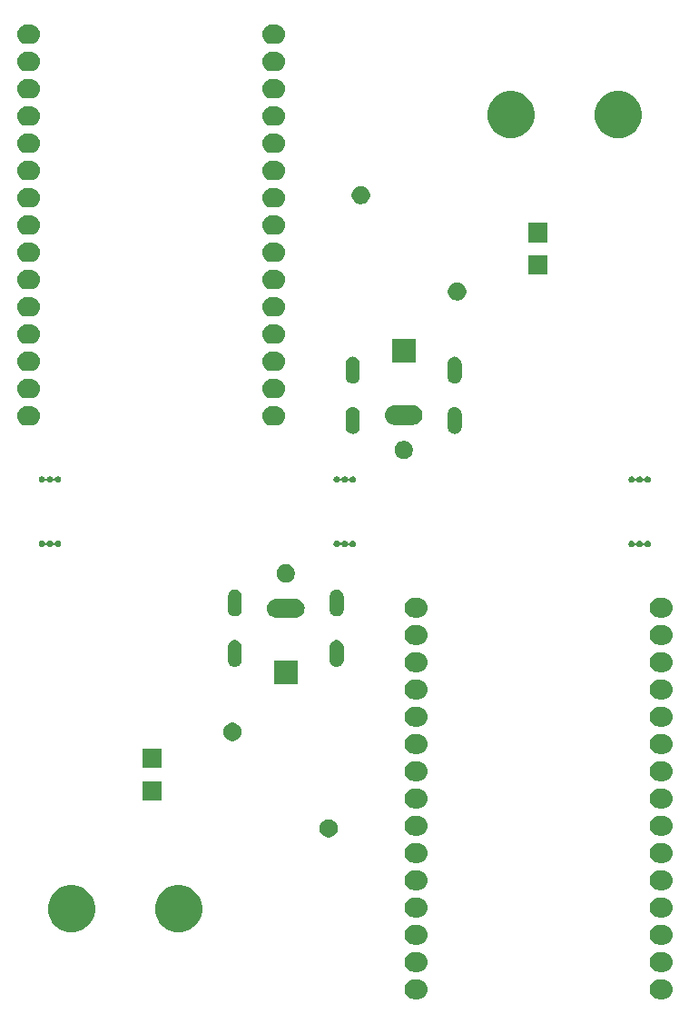
<source format=gbr>
G04 #@! TF.GenerationSoftware,KiCad,Pcbnew,5.1.6-c6e7f7d~86~ubuntu18.04.1*
G04 #@! TF.CreationDate,2020-05-28T18:46:40+01:00*
G04 #@! TF.ProjectId,polariser_drive,706f6c61-7269-4736-9572-5f6472697665,rev?*
G04 #@! TF.SameCoordinates,Original*
G04 #@! TF.FileFunction,Soldermask,Bot*
G04 #@! TF.FilePolarity,Negative*
%FSLAX46Y46*%
G04 Gerber Fmt 4.6, Leading zero omitted, Abs format (unit mm)*
G04 Created by KiCad (PCBNEW 5.1.6-c6e7f7d~86~ubuntu18.04.1) date 2020-05-28 18:46:40*
%MOMM*%
%LPD*%
G01*
G04 APERTURE LIST*
%ADD10C,0.100000*%
G04 APERTURE END LIST*
D10*
G36*
X111331694Y-129598633D02*
G01*
X111504095Y-129650931D01*
X111662983Y-129735858D01*
X111802249Y-129850151D01*
X111916542Y-129989417D01*
X112001469Y-130148305D01*
X112053767Y-130320706D01*
X112071425Y-130500000D01*
X112053767Y-130679294D01*
X112001469Y-130851695D01*
X111916542Y-131010583D01*
X111802249Y-131149849D01*
X111662983Y-131264142D01*
X111504095Y-131349069D01*
X111331694Y-131401367D01*
X111197331Y-131414600D01*
X110802669Y-131414600D01*
X110668306Y-131401367D01*
X110495905Y-131349069D01*
X110337017Y-131264142D01*
X110197751Y-131149849D01*
X110083458Y-131010583D01*
X109998531Y-130851695D01*
X109946233Y-130679294D01*
X109928575Y-130500000D01*
X109946233Y-130320706D01*
X109998531Y-130148305D01*
X110083458Y-129989417D01*
X110197751Y-129850151D01*
X110337017Y-129735858D01*
X110495905Y-129650931D01*
X110668306Y-129598633D01*
X110802669Y-129585400D01*
X111197331Y-129585400D01*
X111331694Y-129598633D01*
G37*
G36*
X88471694Y-129598633D02*
G01*
X88644095Y-129650931D01*
X88802983Y-129735858D01*
X88942249Y-129850151D01*
X89056542Y-129989417D01*
X89141469Y-130148305D01*
X89193767Y-130320706D01*
X89211425Y-130500000D01*
X89193767Y-130679294D01*
X89141469Y-130851695D01*
X89056542Y-131010583D01*
X88942249Y-131149849D01*
X88802983Y-131264142D01*
X88644095Y-131349069D01*
X88471694Y-131401367D01*
X88337331Y-131414600D01*
X87942669Y-131414600D01*
X87808306Y-131401367D01*
X87635905Y-131349069D01*
X87477017Y-131264142D01*
X87337751Y-131149849D01*
X87223458Y-131010583D01*
X87138531Y-130851695D01*
X87086233Y-130679294D01*
X87068575Y-130500000D01*
X87086233Y-130320706D01*
X87138531Y-130148305D01*
X87223458Y-129989417D01*
X87337751Y-129850151D01*
X87477017Y-129735858D01*
X87635905Y-129650931D01*
X87808306Y-129598633D01*
X87942669Y-129585400D01*
X88337331Y-129585400D01*
X88471694Y-129598633D01*
G37*
G36*
X88471694Y-127058633D02*
G01*
X88644095Y-127110931D01*
X88802983Y-127195858D01*
X88942249Y-127310151D01*
X89056542Y-127449417D01*
X89141469Y-127608305D01*
X89193767Y-127780706D01*
X89211425Y-127960000D01*
X89193767Y-128139294D01*
X89141469Y-128311695D01*
X89056542Y-128470583D01*
X88942249Y-128609849D01*
X88802983Y-128724142D01*
X88644095Y-128809069D01*
X88471694Y-128861367D01*
X88337331Y-128874600D01*
X87942669Y-128874600D01*
X87808306Y-128861367D01*
X87635905Y-128809069D01*
X87477017Y-128724142D01*
X87337751Y-128609849D01*
X87223458Y-128470583D01*
X87138531Y-128311695D01*
X87086233Y-128139294D01*
X87068575Y-127960000D01*
X87086233Y-127780706D01*
X87138531Y-127608305D01*
X87223458Y-127449417D01*
X87337751Y-127310151D01*
X87477017Y-127195858D01*
X87635905Y-127110931D01*
X87808306Y-127058633D01*
X87942669Y-127045400D01*
X88337331Y-127045400D01*
X88471694Y-127058633D01*
G37*
G36*
X111331694Y-127058633D02*
G01*
X111504095Y-127110931D01*
X111662983Y-127195858D01*
X111802249Y-127310151D01*
X111916542Y-127449417D01*
X112001469Y-127608305D01*
X112053767Y-127780706D01*
X112071425Y-127960000D01*
X112053767Y-128139294D01*
X112001469Y-128311695D01*
X111916542Y-128470583D01*
X111802249Y-128609849D01*
X111662983Y-128724142D01*
X111504095Y-128809069D01*
X111331694Y-128861367D01*
X111197331Y-128874600D01*
X110802669Y-128874600D01*
X110668306Y-128861367D01*
X110495905Y-128809069D01*
X110337017Y-128724142D01*
X110197751Y-128609849D01*
X110083458Y-128470583D01*
X109998531Y-128311695D01*
X109946233Y-128139294D01*
X109928575Y-127960000D01*
X109946233Y-127780706D01*
X109998531Y-127608305D01*
X110083458Y-127449417D01*
X110197751Y-127310151D01*
X110337017Y-127195858D01*
X110495905Y-127110931D01*
X110668306Y-127058633D01*
X110802669Y-127045400D01*
X111197331Y-127045400D01*
X111331694Y-127058633D01*
G37*
G36*
X111331694Y-124518633D02*
G01*
X111504095Y-124570931D01*
X111662983Y-124655858D01*
X111802249Y-124770151D01*
X111916542Y-124909417D01*
X112001469Y-125068305D01*
X112053767Y-125240706D01*
X112071425Y-125420000D01*
X112053767Y-125599294D01*
X112001469Y-125771695D01*
X111916542Y-125930583D01*
X111802249Y-126069849D01*
X111662983Y-126184142D01*
X111504095Y-126269069D01*
X111331694Y-126321367D01*
X111197331Y-126334600D01*
X110802669Y-126334600D01*
X110668306Y-126321367D01*
X110495905Y-126269069D01*
X110337017Y-126184142D01*
X110197751Y-126069849D01*
X110083458Y-125930583D01*
X109998531Y-125771695D01*
X109946233Y-125599294D01*
X109928575Y-125420000D01*
X109946233Y-125240706D01*
X109998531Y-125068305D01*
X110083458Y-124909417D01*
X110197751Y-124770151D01*
X110337017Y-124655858D01*
X110495905Y-124570931D01*
X110668306Y-124518633D01*
X110802669Y-124505400D01*
X111197331Y-124505400D01*
X111331694Y-124518633D01*
G37*
G36*
X88471694Y-124518633D02*
G01*
X88644095Y-124570931D01*
X88802983Y-124655858D01*
X88942249Y-124770151D01*
X89056542Y-124909417D01*
X89141469Y-125068305D01*
X89193767Y-125240706D01*
X89211425Y-125420000D01*
X89193767Y-125599294D01*
X89141469Y-125771695D01*
X89056542Y-125930583D01*
X88942249Y-126069849D01*
X88802983Y-126184142D01*
X88644095Y-126269069D01*
X88471694Y-126321367D01*
X88337331Y-126334600D01*
X87942669Y-126334600D01*
X87808306Y-126321367D01*
X87635905Y-126269069D01*
X87477017Y-126184142D01*
X87337751Y-126069849D01*
X87223458Y-125930583D01*
X87138531Y-125771695D01*
X87086233Y-125599294D01*
X87068575Y-125420000D01*
X87086233Y-125240706D01*
X87138531Y-125068305D01*
X87223458Y-124909417D01*
X87337751Y-124770151D01*
X87477017Y-124655858D01*
X87635905Y-124570931D01*
X87808306Y-124518633D01*
X87942669Y-124505400D01*
X88337331Y-124505400D01*
X88471694Y-124518633D01*
G37*
G36*
X66642007Y-120883582D02*
G01*
X67042563Y-121049498D01*
X67042565Y-121049499D01*
X67403056Y-121290371D01*
X67709629Y-121596944D01*
X67950501Y-121957435D01*
X67950502Y-121957437D01*
X68116418Y-122357993D01*
X68201000Y-122783219D01*
X68201000Y-123216781D01*
X68116418Y-123642007D01*
X67950502Y-124042563D01*
X67950501Y-124042565D01*
X67709629Y-124403056D01*
X67403056Y-124709629D01*
X67042565Y-124950501D01*
X67042564Y-124950502D01*
X67042563Y-124950502D01*
X66642007Y-125116418D01*
X66216781Y-125201000D01*
X65783219Y-125201000D01*
X65357993Y-125116418D01*
X64957437Y-124950502D01*
X64957436Y-124950502D01*
X64957435Y-124950501D01*
X64596944Y-124709629D01*
X64290371Y-124403056D01*
X64049499Y-124042565D01*
X64049498Y-124042563D01*
X63883582Y-123642007D01*
X63799000Y-123216781D01*
X63799000Y-122783219D01*
X63883582Y-122357993D01*
X64049498Y-121957437D01*
X64049499Y-121957435D01*
X64290371Y-121596944D01*
X64596944Y-121290371D01*
X64957435Y-121049499D01*
X64957437Y-121049498D01*
X65357993Y-120883582D01*
X65783219Y-120799000D01*
X66216781Y-120799000D01*
X66642007Y-120883582D01*
G37*
G36*
X56642007Y-120883582D02*
G01*
X57042563Y-121049498D01*
X57042565Y-121049499D01*
X57403056Y-121290371D01*
X57709629Y-121596944D01*
X57950501Y-121957435D01*
X57950502Y-121957437D01*
X58116418Y-122357993D01*
X58201000Y-122783219D01*
X58201000Y-123216781D01*
X58116418Y-123642007D01*
X57950502Y-124042563D01*
X57950501Y-124042565D01*
X57709629Y-124403056D01*
X57403056Y-124709629D01*
X57042565Y-124950501D01*
X57042564Y-124950502D01*
X57042563Y-124950502D01*
X56642007Y-125116418D01*
X56216781Y-125201000D01*
X55783219Y-125201000D01*
X55357993Y-125116418D01*
X54957437Y-124950502D01*
X54957436Y-124950502D01*
X54957435Y-124950501D01*
X54596944Y-124709629D01*
X54290371Y-124403056D01*
X54049499Y-124042565D01*
X54049498Y-124042563D01*
X53883582Y-123642007D01*
X53799000Y-123216781D01*
X53799000Y-122783219D01*
X53883582Y-122357993D01*
X54049498Y-121957437D01*
X54049499Y-121957435D01*
X54290371Y-121596944D01*
X54596944Y-121290371D01*
X54957435Y-121049499D01*
X54957437Y-121049498D01*
X55357993Y-120883582D01*
X55783219Y-120799000D01*
X56216781Y-120799000D01*
X56642007Y-120883582D01*
G37*
G36*
X111331694Y-121978633D02*
G01*
X111504095Y-122030931D01*
X111662983Y-122115858D01*
X111802249Y-122230151D01*
X111916542Y-122369417D01*
X112001469Y-122528305D01*
X112053767Y-122700706D01*
X112071425Y-122880000D01*
X112053767Y-123059294D01*
X112001469Y-123231695D01*
X111916542Y-123390583D01*
X111802249Y-123529849D01*
X111662983Y-123644142D01*
X111504095Y-123729069D01*
X111331694Y-123781367D01*
X111197331Y-123794600D01*
X110802669Y-123794600D01*
X110668306Y-123781367D01*
X110495905Y-123729069D01*
X110337017Y-123644142D01*
X110197751Y-123529849D01*
X110083458Y-123390583D01*
X109998531Y-123231695D01*
X109946233Y-123059294D01*
X109928575Y-122880000D01*
X109946233Y-122700706D01*
X109998531Y-122528305D01*
X110083458Y-122369417D01*
X110197751Y-122230151D01*
X110337017Y-122115858D01*
X110495905Y-122030931D01*
X110668306Y-121978633D01*
X110802669Y-121965400D01*
X111197331Y-121965400D01*
X111331694Y-121978633D01*
G37*
G36*
X88471694Y-121978633D02*
G01*
X88644095Y-122030931D01*
X88802983Y-122115858D01*
X88942249Y-122230151D01*
X89056542Y-122369417D01*
X89141469Y-122528305D01*
X89193767Y-122700706D01*
X89211425Y-122880000D01*
X89193767Y-123059294D01*
X89141469Y-123231695D01*
X89056542Y-123390583D01*
X88942249Y-123529849D01*
X88802983Y-123644142D01*
X88644095Y-123729069D01*
X88471694Y-123781367D01*
X88337331Y-123794600D01*
X87942669Y-123794600D01*
X87808306Y-123781367D01*
X87635905Y-123729069D01*
X87477017Y-123644142D01*
X87337751Y-123529849D01*
X87223458Y-123390583D01*
X87138531Y-123231695D01*
X87086233Y-123059294D01*
X87068575Y-122880000D01*
X87086233Y-122700706D01*
X87138531Y-122528305D01*
X87223458Y-122369417D01*
X87337751Y-122230151D01*
X87477017Y-122115858D01*
X87635905Y-122030931D01*
X87808306Y-121978633D01*
X87942669Y-121965400D01*
X88337331Y-121965400D01*
X88471694Y-121978633D01*
G37*
G36*
X88471694Y-119438633D02*
G01*
X88644095Y-119490931D01*
X88802983Y-119575858D01*
X88942249Y-119690151D01*
X89056542Y-119829417D01*
X89141469Y-119988305D01*
X89193767Y-120160706D01*
X89211425Y-120340000D01*
X89193767Y-120519294D01*
X89141469Y-120691695D01*
X89056542Y-120850583D01*
X88942249Y-120989849D01*
X88802983Y-121104142D01*
X88644095Y-121189069D01*
X88471694Y-121241367D01*
X88337331Y-121254600D01*
X87942669Y-121254600D01*
X87808306Y-121241367D01*
X87635905Y-121189069D01*
X87477017Y-121104142D01*
X87337751Y-120989849D01*
X87223458Y-120850583D01*
X87138531Y-120691695D01*
X87086233Y-120519294D01*
X87068575Y-120340000D01*
X87086233Y-120160706D01*
X87138531Y-119988305D01*
X87223458Y-119829417D01*
X87337751Y-119690151D01*
X87477017Y-119575858D01*
X87635905Y-119490931D01*
X87808306Y-119438633D01*
X87942669Y-119425400D01*
X88337331Y-119425400D01*
X88471694Y-119438633D01*
G37*
G36*
X111331694Y-119438633D02*
G01*
X111504095Y-119490931D01*
X111662983Y-119575858D01*
X111802249Y-119690151D01*
X111916542Y-119829417D01*
X112001469Y-119988305D01*
X112053767Y-120160706D01*
X112071425Y-120340000D01*
X112053767Y-120519294D01*
X112001469Y-120691695D01*
X111916542Y-120850583D01*
X111802249Y-120989849D01*
X111662983Y-121104142D01*
X111504095Y-121189069D01*
X111331694Y-121241367D01*
X111197331Y-121254600D01*
X110802669Y-121254600D01*
X110668306Y-121241367D01*
X110495905Y-121189069D01*
X110337017Y-121104142D01*
X110197751Y-120989849D01*
X110083458Y-120850583D01*
X109998531Y-120691695D01*
X109946233Y-120519294D01*
X109928575Y-120340000D01*
X109946233Y-120160706D01*
X109998531Y-119988305D01*
X110083458Y-119829417D01*
X110197751Y-119690151D01*
X110337017Y-119575858D01*
X110495905Y-119490931D01*
X110668306Y-119438633D01*
X110802669Y-119425400D01*
X111197331Y-119425400D01*
X111331694Y-119438633D01*
G37*
G36*
X88471694Y-116898633D02*
G01*
X88644095Y-116950931D01*
X88802983Y-117035858D01*
X88942249Y-117150151D01*
X89056542Y-117289417D01*
X89141469Y-117448305D01*
X89193767Y-117620706D01*
X89211425Y-117800000D01*
X89193767Y-117979294D01*
X89141469Y-118151695D01*
X89056542Y-118310583D01*
X88942249Y-118449849D01*
X88802983Y-118564142D01*
X88644095Y-118649069D01*
X88471694Y-118701367D01*
X88337331Y-118714600D01*
X87942669Y-118714600D01*
X87808306Y-118701367D01*
X87635905Y-118649069D01*
X87477017Y-118564142D01*
X87337751Y-118449849D01*
X87223458Y-118310583D01*
X87138531Y-118151695D01*
X87086233Y-117979294D01*
X87068575Y-117800000D01*
X87086233Y-117620706D01*
X87138531Y-117448305D01*
X87223458Y-117289417D01*
X87337751Y-117150151D01*
X87477017Y-117035858D01*
X87635905Y-116950931D01*
X87808306Y-116898633D01*
X87942669Y-116885400D01*
X88337331Y-116885400D01*
X88471694Y-116898633D01*
G37*
G36*
X111331694Y-116898633D02*
G01*
X111504095Y-116950931D01*
X111662983Y-117035858D01*
X111802249Y-117150151D01*
X111916542Y-117289417D01*
X112001469Y-117448305D01*
X112053767Y-117620706D01*
X112071425Y-117800000D01*
X112053767Y-117979294D01*
X112001469Y-118151695D01*
X111916542Y-118310583D01*
X111802249Y-118449849D01*
X111662983Y-118564142D01*
X111504095Y-118649069D01*
X111331694Y-118701367D01*
X111197331Y-118714600D01*
X110802669Y-118714600D01*
X110668306Y-118701367D01*
X110495905Y-118649069D01*
X110337017Y-118564142D01*
X110197751Y-118449849D01*
X110083458Y-118310583D01*
X109998531Y-118151695D01*
X109946233Y-117979294D01*
X109928575Y-117800000D01*
X109946233Y-117620706D01*
X109998531Y-117448305D01*
X110083458Y-117289417D01*
X110197751Y-117150151D01*
X110337017Y-117035858D01*
X110495905Y-116950931D01*
X110668306Y-116898633D01*
X110802669Y-116885400D01*
X111197331Y-116885400D01*
X111331694Y-116898633D01*
G37*
G36*
X80248228Y-114681703D02*
G01*
X80403100Y-114745853D01*
X80542481Y-114838985D01*
X80661015Y-114957519D01*
X80754147Y-115096900D01*
X80818297Y-115251772D01*
X80851000Y-115416184D01*
X80851000Y-115583816D01*
X80818297Y-115748228D01*
X80754147Y-115903100D01*
X80661015Y-116042481D01*
X80542481Y-116161015D01*
X80403100Y-116254147D01*
X80248228Y-116318297D01*
X80083816Y-116351000D01*
X79916184Y-116351000D01*
X79751772Y-116318297D01*
X79596900Y-116254147D01*
X79457519Y-116161015D01*
X79338985Y-116042481D01*
X79245853Y-115903100D01*
X79181703Y-115748228D01*
X79149000Y-115583816D01*
X79149000Y-115416184D01*
X79181703Y-115251772D01*
X79245853Y-115096900D01*
X79338985Y-114957519D01*
X79457519Y-114838985D01*
X79596900Y-114745853D01*
X79751772Y-114681703D01*
X79916184Y-114649000D01*
X80083816Y-114649000D01*
X80248228Y-114681703D01*
G37*
G36*
X111331694Y-114358633D02*
G01*
X111504095Y-114410931D01*
X111662983Y-114495858D01*
X111802249Y-114610151D01*
X111916542Y-114749417D01*
X112001469Y-114908305D01*
X112053767Y-115080706D01*
X112071425Y-115260000D01*
X112053767Y-115439294D01*
X112001469Y-115611695D01*
X111916542Y-115770583D01*
X111802249Y-115909849D01*
X111662983Y-116024142D01*
X111504095Y-116109069D01*
X111331694Y-116161367D01*
X111197331Y-116174600D01*
X110802669Y-116174600D01*
X110668306Y-116161367D01*
X110495905Y-116109069D01*
X110337017Y-116024142D01*
X110197751Y-115909849D01*
X110083458Y-115770583D01*
X109998531Y-115611695D01*
X109946233Y-115439294D01*
X109928575Y-115260000D01*
X109946233Y-115080706D01*
X109998531Y-114908305D01*
X110083458Y-114749417D01*
X110197751Y-114610151D01*
X110337017Y-114495858D01*
X110495905Y-114410931D01*
X110668306Y-114358633D01*
X110802669Y-114345400D01*
X111197331Y-114345400D01*
X111331694Y-114358633D01*
G37*
G36*
X88471694Y-114358633D02*
G01*
X88644095Y-114410931D01*
X88802983Y-114495858D01*
X88942249Y-114610151D01*
X89056542Y-114749417D01*
X89141469Y-114908305D01*
X89193767Y-115080706D01*
X89211425Y-115260000D01*
X89193767Y-115439294D01*
X89141469Y-115611695D01*
X89056542Y-115770583D01*
X88942249Y-115909849D01*
X88802983Y-116024142D01*
X88644095Y-116109069D01*
X88471694Y-116161367D01*
X88337331Y-116174600D01*
X87942669Y-116174600D01*
X87808306Y-116161367D01*
X87635905Y-116109069D01*
X87477017Y-116024142D01*
X87337751Y-115909849D01*
X87223458Y-115770583D01*
X87138531Y-115611695D01*
X87086233Y-115439294D01*
X87068575Y-115260000D01*
X87086233Y-115080706D01*
X87138531Y-114908305D01*
X87223458Y-114749417D01*
X87337751Y-114610151D01*
X87477017Y-114495858D01*
X87635905Y-114410931D01*
X87808306Y-114358633D01*
X87942669Y-114345400D01*
X88337331Y-114345400D01*
X88471694Y-114358633D01*
G37*
G36*
X111331694Y-111818633D02*
G01*
X111504095Y-111870931D01*
X111662983Y-111955858D01*
X111802249Y-112070151D01*
X111916542Y-112209417D01*
X112001469Y-112368305D01*
X112053767Y-112540706D01*
X112071425Y-112720000D01*
X112053767Y-112899294D01*
X112001469Y-113071695D01*
X111916542Y-113230583D01*
X111802249Y-113369849D01*
X111662983Y-113484142D01*
X111504095Y-113569069D01*
X111331694Y-113621367D01*
X111197331Y-113634600D01*
X110802669Y-113634600D01*
X110668306Y-113621367D01*
X110495905Y-113569069D01*
X110337017Y-113484142D01*
X110197751Y-113369849D01*
X110083458Y-113230583D01*
X109998531Y-113071695D01*
X109946233Y-112899294D01*
X109928575Y-112720000D01*
X109946233Y-112540706D01*
X109998531Y-112368305D01*
X110083458Y-112209417D01*
X110197751Y-112070151D01*
X110337017Y-111955858D01*
X110495905Y-111870931D01*
X110668306Y-111818633D01*
X110802669Y-111805400D01*
X111197331Y-111805400D01*
X111331694Y-111818633D01*
G37*
G36*
X88471694Y-111818633D02*
G01*
X88644095Y-111870931D01*
X88802983Y-111955858D01*
X88942249Y-112070151D01*
X89056542Y-112209417D01*
X89141469Y-112368305D01*
X89193767Y-112540706D01*
X89211425Y-112720000D01*
X89193767Y-112899294D01*
X89141469Y-113071695D01*
X89056542Y-113230583D01*
X88942249Y-113369849D01*
X88802983Y-113484142D01*
X88644095Y-113569069D01*
X88471694Y-113621367D01*
X88337331Y-113634600D01*
X87942669Y-113634600D01*
X87808306Y-113621367D01*
X87635905Y-113569069D01*
X87477017Y-113484142D01*
X87337751Y-113369849D01*
X87223458Y-113230583D01*
X87138531Y-113071695D01*
X87086233Y-112899294D01*
X87068575Y-112720000D01*
X87086233Y-112540706D01*
X87138531Y-112368305D01*
X87223458Y-112209417D01*
X87337751Y-112070151D01*
X87477017Y-111955858D01*
X87635905Y-111870931D01*
X87808306Y-111818633D01*
X87942669Y-111805400D01*
X88337331Y-111805400D01*
X88471694Y-111818633D01*
G37*
G36*
X64401000Y-112901000D02*
G01*
X62599000Y-112901000D01*
X62599000Y-111099000D01*
X64401000Y-111099000D01*
X64401000Y-112901000D01*
G37*
G36*
X111331694Y-109278633D02*
G01*
X111504095Y-109330931D01*
X111662983Y-109415858D01*
X111802249Y-109530151D01*
X111916542Y-109669417D01*
X112001469Y-109828305D01*
X112053767Y-110000706D01*
X112071425Y-110180000D01*
X112053767Y-110359294D01*
X112001469Y-110531695D01*
X111916542Y-110690583D01*
X111802249Y-110829849D01*
X111662983Y-110944142D01*
X111504095Y-111029069D01*
X111331694Y-111081367D01*
X111197331Y-111094600D01*
X110802669Y-111094600D01*
X110668306Y-111081367D01*
X110495905Y-111029069D01*
X110337017Y-110944142D01*
X110197751Y-110829849D01*
X110083458Y-110690583D01*
X109998531Y-110531695D01*
X109946233Y-110359294D01*
X109928575Y-110180000D01*
X109946233Y-110000706D01*
X109998531Y-109828305D01*
X110083458Y-109669417D01*
X110197751Y-109530151D01*
X110337017Y-109415858D01*
X110495905Y-109330931D01*
X110668306Y-109278633D01*
X110802669Y-109265400D01*
X111197331Y-109265400D01*
X111331694Y-109278633D01*
G37*
G36*
X88471694Y-109278633D02*
G01*
X88644095Y-109330931D01*
X88802983Y-109415858D01*
X88942249Y-109530151D01*
X89056542Y-109669417D01*
X89141469Y-109828305D01*
X89193767Y-110000706D01*
X89211425Y-110180000D01*
X89193767Y-110359294D01*
X89141469Y-110531695D01*
X89056542Y-110690583D01*
X88942249Y-110829849D01*
X88802983Y-110944142D01*
X88644095Y-111029069D01*
X88471694Y-111081367D01*
X88337331Y-111094600D01*
X87942669Y-111094600D01*
X87808306Y-111081367D01*
X87635905Y-111029069D01*
X87477017Y-110944142D01*
X87337751Y-110829849D01*
X87223458Y-110690583D01*
X87138531Y-110531695D01*
X87086233Y-110359294D01*
X87068575Y-110180000D01*
X87086233Y-110000706D01*
X87138531Y-109828305D01*
X87223458Y-109669417D01*
X87337751Y-109530151D01*
X87477017Y-109415858D01*
X87635905Y-109330931D01*
X87808306Y-109278633D01*
X87942669Y-109265400D01*
X88337331Y-109265400D01*
X88471694Y-109278633D01*
G37*
G36*
X64401000Y-109901000D02*
G01*
X62599000Y-109901000D01*
X62599000Y-108099000D01*
X64401000Y-108099000D01*
X64401000Y-109901000D01*
G37*
G36*
X111331694Y-106738633D02*
G01*
X111504095Y-106790931D01*
X111662983Y-106875858D01*
X111802249Y-106990151D01*
X111916542Y-107129417D01*
X112001469Y-107288305D01*
X112053767Y-107460706D01*
X112071425Y-107640000D01*
X112053767Y-107819294D01*
X112001469Y-107991695D01*
X111916542Y-108150583D01*
X111802249Y-108289849D01*
X111662983Y-108404142D01*
X111504095Y-108489069D01*
X111331694Y-108541367D01*
X111197331Y-108554600D01*
X110802669Y-108554600D01*
X110668306Y-108541367D01*
X110495905Y-108489069D01*
X110337017Y-108404142D01*
X110197751Y-108289849D01*
X110083458Y-108150583D01*
X109998531Y-107991695D01*
X109946233Y-107819294D01*
X109928575Y-107640000D01*
X109946233Y-107460706D01*
X109998531Y-107288305D01*
X110083458Y-107129417D01*
X110197751Y-106990151D01*
X110337017Y-106875858D01*
X110495905Y-106790931D01*
X110668306Y-106738633D01*
X110802669Y-106725400D01*
X111197331Y-106725400D01*
X111331694Y-106738633D01*
G37*
G36*
X88471694Y-106738633D02*
G01*
X88644095Y-106790931D01*
X88802983Y-106875858D01*
X88942249Y-106990151D01*
X89056542Y-107129417D01*
X89141469Y-107288305D01*
X89193767Y-107460706D01*
X89211425Y-107640000D01*
X89193767Y-107819294D01*
X89141469Y-107991695D01*
X89056542Y-108150583D01*
X88942249Y-108289849D01*
X88802983Y-108404142D01*
X88644095Y-108489069D01*
X88471694Y-108541367D01*
X88337331Y-108554600D01*
X87942669Y-108554600D01*
X87808306Y-108541367D01*
X87635905Y-108489069D01*
X87477017Y-108404142D01*
X87337751Y-108289849D01*
X87223458Y-108150583D01*
X87138531Y-107991695D01*
X87086233Y-107819294D01*
X87068575Y-107640000D01*
X87086233Y-107460706D01*
X87138531Y-107288305D01*
X87223458Y-107129417D01*
X87337751Y-106990151D01*
X87477017Y-106875858D01*
X87635905Y-106790931D01*
X87808306Y-106738633D01*
X87942669Y-106725400D01*
X88337331Y-106725400D01*
X88471694Y-106738633D01*
G37*
G36*
X71267972Y-105701447D02*
G01*
X71422844Y-105765597D01*
X71562225Y-105858729D01*
X71680759Y-105977263D01*
X71773891Y-106116644D01*
X71838041Y-106271516D01*
X71870744Y-106435928D01*
X71870744Y-106603560D01*
X71838041Y-106767972D01*
X71773891Y-106922844D01*
X71680759Y-107062225D01*
X71562225Y-107180759D01*
X71422844Y-107273891D01*
X71267972Y-107338041D01*
X71103560Y-107370744D01*
X70935928Y-107370744D01*
X70771516Y-107338041D01*
X70616644Y-107273891D01*
X70477263Y-107180759D01*
X70358729Y-107062225D01*
X70265597Y-106922844D01*
X70201447Y-106767972D01*
X70168744Y-106603560D01*
X70168744Y-106435928D01*
X70201447Y-106271516D01*
X70265597Y-106116644D01*
X70358729Y-105977263D01*
X70477263Y-105858729D01*
X70616644Y-105765597D01*
X70771516Y-105701447D01*
X70935928Y-105668744D01*
X71103560Y-105668744D01*
X71267972Y-105701447D01*
G37*
G36*
X88471694Y-104198633D02*
G01*
X88644095Y-104250931D01*
X88802983Y-104335858D01*
X88942249Y-104450151D01*
X89056542Y-104589417D01*
X89141469Y-104748305D01*
X89193767Y-104920706D01*
X89211425Y-105100000D01*
X89193767Y-105279294D01*
X89141469Y-105451695D01*
X89056542Y-105610583D01*
X88942249Y-105749849D01*
X88802983Y-105864142D01*
X88644095Y-105949069D01*
X88471694Y-106001367D01*
X88337331Y-106014600D01*
X87942669Y-106014600D01*
X87808306Y-106001367D01*
X87635905Y-105949069D01*
X87477017Y-105864142D01*
X87337751Y-105749849D01*
X87223458Y-105610583D01*
X87138531Y-105451695D01*
X87086233Y-105279294D01*
X87068575Y-105100000D01*
X87086233Y-104920706D01*
X87138531Y-104748305D01*
X87223458Y-104589417D01*
X87337751Y-104450151D01*
X87477017Y-104335858D01*
X87635905Y-104250931D01*
X87808306Y-104198633D01*
X87942669Y-104185400D01*
X88337331Y-104185400D01*
X88471694Y-104198633D01*
G37*
G36*
X111331694Y-104198633D02*
G01*
X111504095Y-104250931D01*
X111662983Y-104335858D01*
X111802249Y-104450151D01*
X111916542Y-104589417D01*
X112001469Y-104748305D01*
X112053767Y-104920706D01*
X112071425Y-105100000D01*
X112053767Y-105279294D01*
X112001469Y-105451695D01*
X111916542Y-105610583D01*
X111802249Y-105749849D01*
X111662983Y-105864142D01*
X111504095Y-105949069D01*
X111331694Y-106001367D01*
X111197331Y-106014600D01*
X110802669Y-106014600D01*
X110668306Y-106001367D01*
X110495905Y-105949069D01*
X110337017Y-105864142D01*
X110197751Y-105749849D01*
X110083458Y-105610583D01*
X109998531Y-105451695D01*
X109946233Y-105279294D01*
X109928575Y-105100000D01*
X109946233Y-104920706D01*
X109998531Y-104748305D01*
X110083458Y-104589417D01*
X110197751Y-104450151D01*
X110337017Y-104335858D01*
X110495905Y-104250931D01*
X110668306Y-104198633D01*
X110802669Y-104185400D01*
X111197331Y-104185400D01*
X111331694Y-104198633D01*
G37*
G36*
X88471694Y-101658633D02*
G01*
X88644095Y-101710931D01*
X88802983Y-101795858D01*
X88942249Y-101910151D01*
X89056542Y-102049417D01*
X89141469Y-102208305D01*
X89193767Y-102380706D01*
X89211425Y-102560000D01*
X89193767Y-102739294D01*
X89141469Y-102911695D01*
X89056542Y-103070583D01*
X88942249Y-103209849D01*
X88802983Y-103324142D01*
X88644095Y-103409069D01*
X88471694Y-103461367D01*
X88337331Y-103474600D01*
X87942669Y-103474600D01*
X87808306Y-103461367D01*
X87635905Y-103409069D01*
X87477017Y-103324142D01*
X87337751Y-103209849D01*
X87223458Y-103070583D01*
X87138531Y-102911695D01*
X87086233Y-102739294D01*
X87068575Y-102560000D01*
X87086233Y-102380706D01*
X87138531Y-102208305D01*
X87223458Y-102049417D01*
X87337751Y-101910151D01*
X87477017Y-101795858D01*
X87635905Y-101710931D01*
X87808306Y-101658633D01*
X87942669Y-101645400D01*
X88337331Y-101645400D01*
X88471694Y-101658633D01*
G37*
G36*
X111331694Y-101658633D02*
G01*
X111504095Y-101710931D01*
X111662983Y-101795858D01*
X111802249Y-101910151D01*
X111916542Y-102049417D01*
X112001469Y-102208305D01*
X112053767Y-102380706D01*
X112071425Y-102560000D01*
X112053767Y-102739294D01*
X112001469Y-102911695D01*
X111916542Y-103070583D01*
X111802249Y-103209849D01*
X111662983Y-103324142D01*
X111504095Y-103409069D01*
X111331694Y-103461367D01*
X111197331Y-103474600D01*
X110802669Y-103474600D01*
X110668306Y-103461367D01*
X110495905Y-103409069D01*
X110337017Y-103324142D01*
X110197751Y-103209849D01*
X110083458Y-103070583D01*
X109998531Y-102911695D01*
X109946233Y-102739294D01*
X109928575Y-102560000D01*
X109946233Y-102380706D01*
X109998531Y-102208305D01*
X110083458Y-102049417D01*
X110197751Y-101910151D01*
X110337017Y-101795858D01*
X110495905Y-101710931D01*
X110668306Y-101658633D01*
X110802669Y-101645400D01*
X111197331Y-101645400D01*
X111331694Y-101658633D01*
G37*
G36*
X77101000Y-102101000D02*
G01*
X74899000Y-102101000D01*
X74899000Y-99899000D01*
X77101000Y-99899000D01*
X77101000Y-102101000D01*
G37*
G36*
X88471694Y-99118633D02*
G01*
X88644095Y-99170931D01*
X88802983Y-99255858D01*
X88942249Y-99370151D01*
X89056542Y-99509417D01*
X89141469Y-99668305D01*
X89193767Y-99840706D01*
X89211425Y-100020000D01*
X89193767Y-100199294D01*
X89141469Y-100371695D01*
X89056542Y-100530583D01*
X88942249Y-100669849D01*
X88802983Y-100784142D01*
X88644095Y-100869069D01*
X88471694Y-100921367D01*
X88337331Y-100934600D01*
X87942669Y-100934600D01*
X87808306Y-100921367D01*
X87635905Y-100869069D01*
X87477017Y-100784142D01*
X87337751Y-100669849D01*
X87223458Y-100530583D01*
X87138531Y-100371695D01*
X87086233Y-100199294D01*
X87068575Y-100020000D01*
X87086233Y-99840706D01*
X87138531Y-99668305D01*
X87223458Y-99509417D01*
X87337751Y-99370151D01*
X87477017Y-99255858D01*
X87635905Y-99170931D01*
X87808306Y-99118633D01*
X87942669Y-99105400D01*
X88337331Y-99105400D01*
X88471694Y-99118633D01*
G37*
G36*
X111331694Y-99118633D02*
G01*
X111504095Y-99170931D01*
X111662983Y-99255858D01*
X111802249Y-99370151D01*
X111916542Y-99509417D01*
X112001469Y-99668305D01*
X112053767Y-99840706D01*
X112071425Y-100020000D01*
X112053767Y-100199294D01*
X112001469Y-100371695D01*
X111916542Y-100530583D01*
X111802249Y-100669849D01*
X111662983Y-100784142D01*
X111504095Y-100869069D01*
X111331694Y-100921367D01*
X111197331Y-100934600D01*
X110802669Y-100934600D01*
X110668306Y-100921367D01*
X110495905Y-100869069D01*
X110337017Y-100784142D01*
X110197751Y-100669849D01*
X110083458Y-100530583D01*
X109998531Y-100371695D01*
X109946233Y-100199294D01*
X109928575Y-100020000D01*
X109946233Y-99840706D01*
X109998531Y-99668305D01*
X110083458Y-99509417D01*
X110197751Y-99370151D01*
X110337017Y-99255858D01*
X110495905Y-99170931D01*
X110668306Y-99118633D01*
X110802669Y-99105400D01*
X111197331Y-99105400D01*
X111331694Y-99118633D01*
G37*
G36*
X80877618Y-97958420D02*
G01*
X80968404Y-97985960D01*
X81000336Y-97995646D01*
X81113425Y-98056094D01*
X81212554Y-98137446D01*
X81293906Y-98236575D01*
X81354354Y-98349664D01*
X81354355Y-98349668D01*
X81391580Y-98472382D01*
X81401000Y-98568027D01*
X81401000Y-99831973D01*
X81391580Y-99927618D01*
X81364040Y-100018404D01*
X81354354Y-100050336D01*
X81293906Y-100163425D01*
X81212554Y-100262553D01*
X81113424Y-100343906D01*
X81000335Y-100404354D01*
X80968403Y-100414040D01*
X80877617Y-100441580D01*
X80750000Y-100454149D01*
X80622382Y-100441580D01*
X80531596Y-100414040D01*
X80499664Y-100404354D01*
X80386575Y-100343906D01*
X80287447Y-100262554D01*
X80206094Y-100163424D01*
X80145646Y-100050335D01*
X80135960Y-100018403D01*
X80108420Y-99927617D01*
X80099000Y-99831972D01*
X80099001Y-98568027D01*
X80108421Y-98472382D01*
X80145646Y-98349668D01*
X80145647Y-98349664D01*
X80206095Y-98236575D01*
X80287447Y-98137446D01*
X80386576Y-98056094D01*
X80499665Y-97995646D01*
X80531597Y-97985960D01*
X80622383Y-97958420D01*
X80750000Y-97945851D01*
X80877618Y-97958420D01*
G37*
G36*
X71377618Y-97958420D02*
G01*
X71468404Y-97985960D01*
X71500336Y-97995646D01*
X71613425Y-98056094D01*
X71712554Y-98137446D01*
X71793906Y-98236575D01*
X71854354Y-98349664D01*
X71854355Y-98349668D01*
X71891580Y-98472382D01*
X71901000Y-98568027D01*
X71901000Y-99831973D01*
X71891580Y-99927618D01*
X71864040Y-100018404D01*
X71854354Y-100050336D01*
X71793906Y-100163425D01*
X71712554Y-100262553D01*
X71613424Y-100343906D01*
X71500335Y-100404354D01*
X71468403Y-100414040D01*
X71377617Y-100441580D01*
X71250000Y-100454149D01*
X71122382Y-100441580D01*
X71031596Y-100414040D01*
X70999664Y-100404354D01*
X70886575Y-100343906D01*
X70787447Y-100262554D01*
X70706094Y-100163424D01*
X70645646Y-100050335D01*
X70635960Y-100018403D01*
X70608420Y-99927617D01*
X70599000Y-99831972D01*
X70599001Y-98568027D01*
X70608421Y-98472382D01*
X70645646Y-98349668D01*
X70645647Y-98349664D01*
X70706095Y-98236575D01*
X70787447Y-98137446D01*
X70886576Y-98056094D01*
X70999665Y-97995646D01*
X71031597Y-97985960D01*
X71122383Y-97958420D01*
X71250000Y-97945851D01*
X71377618Y-97958420D01*
G37*
G36*
X111331694Y-96578633D02*
G01*
X111504095Y-96630931D01*
X111662983Y-96715858D01*
X111802249Y-96830151D01*
X111916542Y-96969417D01*
X112001469Y-97128305D01*
X112053767Y-97300706D01*
X112071425Y-97480000D01*
X112053767Y-97659294D01*
X112001469Y-97831695D01*
X111916542Y-97990583D01*
X111802249Y-98129849D01*
X111662983Y-98244142D01*
X111504095Y-98329069D01*
X111331694Y-98381367D01*
X111197331Y-98394600D01*
X110802669Y-98394600D01*
X110668306Y-98381367D01*
X110495905Y-98329069D01*
X110337017Y-98244142D01*
X110197751Y-98129849D01*
X110083458Y-97990583D01*
X109998531Y-97831695D01*
X109946233Y-97659294D01*
X109928575Y-97480000D01*
X109946233Y-97300706D01*
X109998531Y-97128305D01*
X110083458Y-96969417D01*
X110197751Y-96830151D01*
X110337017Y-96715858D01*
X110495905Y-96630931D01*
X110668306Y-96578633D01*
X110802669Y-96565400D01*
X111197331Y-96565400D01*
X111331694Y-96578633D01*
G37*
G36*
X88471694Y-96578633D02*
G01*
X88644095Y-96630931D01*
X88802983Y-96715858D01*
X88942249Y-96830151D01*
X89056542Y-96969417D01*
X89141469Y-97128305D01*
X89193767Y-97300706D01*
X89211425Y-97480000D01*
X89193767Y-97659294D01*
X89141469Y-97831695D01*
X89056542Y-97990583D01*
X88942249Y-98129849D01*
X88802983Y-98244142D01*
X88644095Y-98329069D01*
X88471694Y-98381367D01*
X88337331Y-98394600D01*
X87942669Y-98394600D01*
X87808306Y-98381367D01*
X87635905Y-98329069D01*
X87477017Y-98244142D01*
X87337751Y-98129849D01*
X87223458Y-97990583D01*
X87138531Y-97831695D01*
X87086233Y-97659294D01*
X87068575Y-97480000D01*
X87086233Y-97300706D01*
X87138531Y-97128305D01*
X87223458Y-96969417D01*
X87337751Y-96830151D01*
X87477017Y-96715858D01*
X87635905Y-96630931D01*
X87808306Y-96578633D01*
X87942669Y-96565400D01*
X88337331Y-96565400D01*
X88471694Y-96578633D01*
G37*
G36*
X76960443Y-94105519D02*
G01*
X77026627Y-94112037D01*
X77196466Y-94163557D01*
X77352991Y-94247222D01*
X77388729Y-94276552D01*
X77490186Y-94359814D01*
X77573448Y-94461271D01*
X77602778Y-94497009D01*
X77686443Y-94653534D01*
X77737963Y-94823373D01*
X77755359Y-95000000D01*
X77737963Y-95176627D01*
X77686443Y-95346466D01*
X77602778Y-95502991D01*
X77573448Y-95538729D01*
X77490186Y-95640186D01*
X77388729Y-95723448D01*
X77352991Y-95752778D01*
X77196466Y-95836443D01*
X77026627Y-95887963D01*
X76960443Y-95894481D01*
X76894260Y-95901000D01*
X75105740Y-95901000D01*
X75039557Y-95894481D01*
X74973373Y-95887963D01*
X74803534Y-95836443D01*
X74647009Y-95752778D01*
X74611271Y-95723448D01*
X74509814Y-95640186D01*
X74426552Y-95538729D01*
X74397222Y-95502991D01*
X74313557Y-95346466D01*
X74262037Y-95176627D01*
X74244641Y-95000000D01*
X74262037Y-94823373D01*
X74313557Y-94653534D01*
X74397222Y-94497009D01*
X74426552Y-94461271D01*
X74509814Y-94359814D01*
X74611271Y-94276552D01*
X74647009Y-94247222D01*
X74803534Y-94163557D01*
X74973373Y-94112037D01*
X75039557Y-94105519D01*
X75105740Y-94099000D01*
X76894260Y-94099000D01*
X76960443Y-94105519D01*
G37*
G36*
X111331694Y-94038633D02*
G01*
X111504095Y-94090931D01*
X111662983Y-94175858D01*
X111802249Y-94290151D01*
X111916542Y-94429417D01*
X112001469Y-94588305D01*
X112053767Y-94760706D01*
X112071425Y-94940000D01*
X112053767Y-95119294D01*
X112001469Y-95291695D01*
X111916542Y-95450583D01*
X111802249Y-95589849D01*
X111662983Y-95704142D01*
X111504095Y-95789069D01*
X111331694Y-95841367D01*
X111197331Y-95854600D01*
X110802669Y-95854600D01*
X110668306Y-95841367D01*
X110495905Y-95789069D01*
X110337017Y-95704142D01*
X110197751Y-95589849D01*
X110083458Y-95450583D01*
X109998531Y-95291695D01*
X109946233Y-95119294D01*
X109928575Y-94940000D01*
X109946233Y-94760706D01*
X109998531Y-94588305D01*
X110083458Y-94429417D01*
X110197751Y-94290151D01*
X110337017Y-94175858D01*
X110495905Y-94090931D01*
X110668306Y-94038633D01*
X110802669Y-94025400D01*
X111197331Y-94025400D01*
X111331694Y-94038633D01*
G37*
G36*
X88471694Y-94038633D02*
G01*
X88644095Y-94090931D01*
X88802983Y-94175858D01*
X88942249Y-94290151D01*
X89056542Y-94429417D01*
X89141469Y-94588305D01*
X89193767Y-94760706D01*
X89211425Y-94940000D01*
X89193767Y-95119294D01*
X89141469Y-95291695D01*
X89056542Y-95450583D01*
X88942249Y-95589849D01*
X88802983Y-95704142D01*
X88644095Y-95789069D01*
X88471694Y-95841367D01*
X88337331Y-95854600D01*
X87942669Y-95854600D01*
X87808306Y-95841367D01*
X87635905Y-95789069D01*
X87477017Y-95704142D01*
X87337751Y-95589849D01*
X87223458Y-95450583D01*
X87138531Y-95291695D01*
X87086233Y-95119294D01*
X87068575Y-94940000D01*
X87086233Y-94760706D01*
X87138531Y-94588305D01*
X87223458Y-94429417D01*
X87337751Y-94290151D01*
X87477017Y-94175858D01*
X87635905Y-94090931D01*
X87808306Y-94038633D01*
X87942669Y-94025400D01*
X88337331Y-94025400D01*
X88471694Y-94038633D01*
G37*
G36*
X71377618Y-93258420D02*
G01*
X71468404Y-93285960D01*
X71500336Y-93295646D01*
X71613425Y-93356094D01*
X71712554Y-93437446D01*
X71793906Y-93536575D01*
X71854354Y-93649664D01*
X71854355Y-93649668D01*
X71891580Y-93772382D01*
X71901000Y-93868027D01*
X71901000Y-95131973D01*
X71891580Y-95227618D01*
X71872142Y-95291695D01*
X71854354Y-95350336D01*
X71793906Y-95463425D01*
X71712554Y-95562553D01*
X71613424Y-95643906D01*
X71500335Y-95704354D01*
X71468403Y-95714040D01*
X71377617Y-95741580D01*
X71250000Y-95754149D01*
X71122382Y-95741580D01*
X71031596Y-95714040D01*
X70999664Y-95704354D01*
X70886575Y-95643906D01*
X70787447Y-95562554D01*
X70706094Y-95463424D01*
X70645646Y-95350335D01*
X70627858Y-95291695D01*
X70608420Y-95227617D01*
X70599000Y-95131972D01*
X70599001Y-93868027D01*
X70608421Y-93772382D01*
X70645646Y-93649668D01*
X70645647Y-93649664D01*
X70706095Y-93536575D01*
X70787447Y-93437446D01*
X70886576Y-93356094D01*
X70999665Y-93295646D01*
X71031597Y-93285960D01*
X71122383Y-93258420D01*
X71250000Y-93245851D01*
X71377618Y-93258420D01*
G37*
G36*
X80877618Y-93258420D02*
G01*
X80968404Y-93285960D01*
X81000336Y-93295646D01*
X81113425Y-93356094D01*
X81212554Y-93437446D01*
X81293906Y-93536575D01*
X81354354Y-93649664D01*
X81354355Y-93649668D01*
X81391580Y-93772382D01*
X81401000Y-93868027D01*
X81401000Y-95131973D01*
X81391580Y-95227618D01*
X81372142Y-95291695D01*
X81354354Y-95350336D01*
X81293906Y-95463425D01*
X81212554Y-95562553D01*
X81113424Y-95643906D01*
X81000335Y-95704354D01*
X80968403Y-95714040D01*
X80877617Y-95741580D01*
X80750000Y-95754149D01*
X80622382Y-95741580D01*
X80531596Y-95714040D01*
X80499664Y-95704354D01*
X80386575Y-95643906D01*
X80287447Y-95562554D01*
X80206094Y-95463424D01*
X80145646Y-95350335D01*
X80127858Y-95291695D01*
X80108420Y-95227617D01*
X80099000Y-95131972D01*
X80099001Y-93868027D01*
X80108421Y-93772382D01*
X80145646Y-93649668D01*
X80145647Y-93649664D01*
X80206095Y-93536575D01*
X80287447Y-93437446D01*
X80386576Y-93356094D01*
X80499665Y-93295646D01*
X80531597Y-93285960D01*
X80622383Y-93258420D01*
X80750000Y-93245851D01*
X80877618Y-93258420D01*
G37*
G36*
X76248228Y-90931703D02*
G01*
X76403100Y-90995853D01*
X76542481Y-91088985D01*
X76661015Y-91207519D01*
X76754147Y-91346900D01*
X76818297Y-91501772D01*
X76851000Y-91666184D01*
X76851000Y-91833816D01*
X76818297Y-91998228D01*
X76754147Y-92153100D01*
X76661015Y-92292481D01*
X76542481Y-92411015D01*
X76403100Y-92504147D01*
X76248228Y-92568297D01*
X76083816Y-92601000D01*
X75916184Y-92601000D01*
X75751772Y-92568297D01*
X75596900Y-92504147D01*
X75457519Y-92411015D01*
X75338985Y-92292481D01*
X75245853Y-92153100D01*
X75181703Y-91998228D01*
X75149000Y-91833816D01*
X75149000Y-91666184D01*
X75181703Y-91501772D01*
X75245853Y-91346900D01*
X75338985Y-91207519D01*
X75457519Y-91088985D01*
X75596900Y-90995853D01*
X75751772Y-90931703D01*
X75916184Y-90899000D01*
X76083816Y-90899000D01*
X76248228Y-90931703D01*
G37*
G36*
X108337797Y-88710567D02*
G01*
X108392575Y-88733257D01*
X108392577Y-88733258D01*
X108441876Y-88766198D01*
X108483802Y-88808124D01*
X108516742Y-88857423D01*
X108521067Y-88863896D01*
X108536612Y-88882838D01*
X108555554Y-88898383D01*
X108577165Y-88909934D01*
X108600614Y-88917047D01*
X108625000Y-88919449D01*
X108649386Y-88917047D01*
X108672835Y-88909934D01*
X108694446Y-88898383D01*
X108713388Y-88882838D01*
X108728933Y-88863896D01*
X108733258Y-88857423D01*
X108766198Y-88808124D01*
X108808124Y-88766198D01*
X108857423Y-88733258D01*
X108857425Y-88733257D01*
X108912203Y-88710567D01*
X108970353Y-88699000D01*
X109029647Y-88699000D01*
X109087797Y-88710567D01*
X109142575Y-88733257D01*
X109142577Y-88733258D01*
X109191876Y-88766198D01*
X109233802Y-88808124D01*
X109266742Y-88857423D01*
X109271067Y-88863896D01*
X109286612Y-88882838D01*
X109305554Y-88898383D01*
X109327165Y-88909934D01*
X109350614Y-88917047D01*
X109375000Y-88919449D01*
X109399386Y-88917047D01*
X109422835Y-88909934D01*
X109444446Y-88898383D01*
X109463388Y-88882838D01*
X109478933Y-88863896D01*
X109483258Y-88857423D01*
X109516198Y-88808124D01*
X109558124Y-88766198D01*
X109607423Y-88733258D01*
X109607425Y-88733257D01*
X109662203Y-88710567D01*
X109720353Y-88699000D01*
X109779647Y-88699000D01*
X109837797Y-88710567D01*
X109892575Y-88733257D01*
X109892577Y-88733258D01*
X109941876Y-88766198D01*
X109983802Y-88808124D01*
X110016742Y-88857423D01*
X110016743Y-88857425D01*
X110039433Y-88912203D01*
X110051000Y-88970353D01*
X110051000Y-89029647D01*
X110039433Y-89087797D01*
X110019423Y-89136104D01*
X110016742Y-89142577D01*
X109983802Y-89191876D01*
X109941876Y-89233802D01*
X109892577Y-89266742D01*
X109892576Y-89266743D01*
X109892575Y-89266743D01*
X109837797Y-89289433D01*
X109779647Y-89301000D01*
X109720353Y-89301000D01*
X109662203Y-89289433D01*
X109607425Y-89266743D01*
X109607424Y-89266743D01*
X109607423Y-89266742D01*
X109558124Y-89233802D01*
X109516198Y-89191876D01*
X109483258Y-89142577D01*
X109483257Y-89142575D01*
X109478933Y-89136104D01*
X109463388Y-89117162D01*
X109444446Y-89101617D01*
X109422835Y-89090066D01*
X109399386Y-89082953D01*
X109375000Y-89080551D01*
X109350614Y-89082953D01*
X109327165Y-89090066D01*
X109305554Y-89101617D01*
X109286612Y-89117162D01*
X109271067Y-89136104D01*
X109266743Y-89142575D01*
X109266742Y-89142577D01*
X109233802Y-89191876D01*
X109191876Y-89233802D01*
X109142577Y-89266742D01*
X109142576Y-89266743D01*
X109142575Y-89266743D01*
X109087797Y-89289433D01*
X109029647Y-89301000D01*
X108970353Y-89301000D01*
X108912203Y-89289433D01*
X108857425Y-89266743D01*
X108857424Y-89266743D01*
X108857423Y-89266742D01*
X108808124Y-89233802D01*
X108766198Y-89191876D01*
X108733258Y-89142577D01*
X108733257Y-89142575D01*
X108728933Y-89136104D01*
X108713388Y-89117162D01*
X108694446Y-89101617D01*
X108672835Y-89090066D01*
X108649386Y-89082953D01*
X108625000Y-89080551D01*
X108600614Y-89082953D01*
X108577165Y-89090066D01*
X108555554Y-89101617D01*
X108536612Y-89117162D01*
X108521067Y-89136104D01*
X108516743Y-89142575D01*
X108516742Y-89142577D01*
X108483802Y-89191876D01*
X108441876Y-89233802D01*
X108392577Y-89266742D01*
X108392576Y-89266743D01*
X108392575Y-89266743D01*
X108337797Y-89289433D01*
X108279647Y-89301000D01*
X108220353Y-89301000D01*
X108162203Y-89289433D01*
X108107425Y-89266743D01*
X108107424Y-89266743D01*
X108107423Y-89266742D01*
X108058124Y-89233802D01*
X108016198Y-89191876D01*
X107983258Y-89142577D01*
X107980577Y-89136104D01*
X107960567Y-89087797D01*
X107949000Y-89029647D01*
X107949000Y-88970353D01*
X107960567Y-88912203D01*
X107983257Y-88857425D01*
X107983258Y-88857423D01*
X108016198Y-88808124D01*
X108058124Y-88766198D01*
X108107423Y-88733258D01*
X108107425Y-88733257D01*
X108162203Y-88710567D01*
X108220353Y-88699000D01*
X108279647Y-88699000D01*
X108337797Y-88710567D01*
G37*
G36*
X80837797Y-88710567D02*
G01*
X80892575Y-88733257D01*
X80892577Y-88733258D01*
X80941876Y-88766198D01*
X80983802Y-88808124D01*
X81016742Y-88857423D01*
X81021067Y-88863896D01*
X81036612Y-88882838D01*
X81055554Y-88898383D01*
X81077165Y-88909934D01*
X81100614Y-88917047D01*
X81125000Y-88919449D01*
X81149386Y-88917047D01*
X81172835Y-88909934D01*
X81194446Y-88898383D01*
X81213388Y-88882838D01*
X81228933Y-88863896D01*
X81233258Y-88857423D01*
X81266198Y-88808124D01*
X81308124Y-88766198D01*
X81357423Y-88733258D01*
X81357425Y-88733257D01*
X81412203Y-88710567D01*
X81470353Y-88699000D01*
X81529647Y-88699000D01*
X81587797Y-88710567D01*
X81642575Y-88733257D01*
X81642577Y-88733258D01*
X81691876Y-88766198D01*
X81733802Y-88808124D01*
X81766742Y-88857423D01*
X81771067Y-88863896D01*
X81786612Y-88882838D01*
X81805554Y-88898383D01*
X81827165Y-88909934D01*
X81850614Y-88917047D01*
X81875000Y-88919449D01*
X81899386Y-88917047D01*
X81922835Y-88909934D01*
X81944446Y-88898383D01*
X81963388Y-88882838D01*
X81978933Y-88863896D01*
X81983258Y-88857423D01*
X82016198Y-88808124D01*
X82058124Y-88766198D01*
X82107423Y-88733258D01*
X82107425Y-88733257D01*
X82162203Y-88710567D01*
X82220353Y-88699000D01*
X82279647Y-88699000D01*
X82337797Y-88710567D01*
X82392575Y-88733257D01*
X82392577Y-88733258D01*
X82441876Y-88766198D01*
X82483802Y-88808124D01*
X82516742Y-88857423D01*
X82516743Y-88857425D01*
X82539433Y-88912203D01*
X82551000Y-88970353D01*
X82551000Y-89029647D01*
X82539433Y-89087797D01*
X82519423Y-89136104D01*
X82516742Y-89142577D01*
X82483802Y-89191876D01*
X82441876Y-89233802D01*
X82392577Y-89266742D01*
X82392576Y-89266743D01*
X82392575Y-89266743D01*
X82337797Y-89289433D01*
X82279647Y-89301000D01*
X82220353Y-89301000D01*
X82162203Y-89289433D01*
X82107425Y-89266743D01*
X82107424Y-89266743D01*
X82107423Y-89266742D01*
X82058124Y-89233802D01*
X82016198Y-89191876D01*
X81983258Y-89142577D01*
X81983257Y-89142575D01*
X81978933Y-89136104D01*
X81963388Y-89117162D01*
X81944446Y-89101617D01*
X81922835Y-89090066D01*
X81899386Y-89082953D01*
X81875000Y-89080551D01*
X81850614Y-89082953D01*
X81827165Y-89090066D01*
X81805554Y-89101617D01*
X81786612Y-89117162D01*
X81771067Y-89136104D01*
X81766743Y-89142575D01*
X81766742Y-89142577D01*
X81733802Y-89191876D01*
X81691876Y-89233802D01*
X81642577Y-89266742D01*
X81642576Y-89266743D01*
X81642575Y-89266743D01*
X81587797Y-89289433D01*
X81529647Y-89301000D01*
X81470353Y-89301000D01*
X81412203Y-89289433D01*
X81357425Y-89266743D01*
X81357424Y-89266743D01*
X81357423Y-89266742D01*
X81308124Y-89233802D01*
X81266198Y-89191876D01*
X81233258Y-89142577D01*
X81233257Y-89142575D01*
X81228933Y-89136104D01*
X81213388Y-89117162D01*
X81194446Y-89101617D01*
X81172835Y-89090066D01*
X81149386Y-89082953D01*
X81125000Y-89080551D01*
X81100614Y-89082953D01*
X81077165Y-89090066D01*
X81055554Y-89101617D01*
X81036612Y-89117162D01*
X81021067Y-89136104D01*
X81016743Y-89142575D01*
X81016742Y-89142577D01*
X80983802Y-89191876D01*
X80941876Y-89233802D01*
X80892577Y-89266742D01*
X80892576Y-89266743D01*
X80892575Y-89266743D01*
X80837797Y-89289433D01*
X80779647Y-89301000D01*
X80720353Y-89301000D01*
X80662203Y-89289433D01*
X80607425Y-89266743D01*
X80607424Y-89266743D01*
X80607423Y-89266742D01*
X80558124Y-89233802D01*
X80516198Y-89191876D01*
X80483258Y-89142577D01*
X80480577Y-89136104D01*
X80460567Y-89087797D01*
X80449000Y-89029647D01*
X80449000Y-88970353D01*
X80460567Y-88912203D01*
X80483257Y-88857425D01*
X80483258Y-88857423D01*
X80516198Y-88808124D01*
X80558124Y-88766198D01*
X80607423Y-88733258D01*
X80607425Y-88733257D01*
X80662203Y-88710567D01*
X80720353Y-88699000D01*
X80779647Y-88699000D01*
X80837797Y-88710567D01*
G37*
G36*
X53337797Y-88710567D02*
G01*
X53392575Y-88733257D01*
X53392577Y-88733258D01*
X53441876Y-88766198D01*
X53483802Y-88808124D01*
X53516742Y-88857423D01*
X53521067Y-88863896D01*
X53536612Y-88882838D01*
X53555554Y-88898383D01*
X53577165Y-88909934D01*
X53600614Y-88917047D01*
X53625000Y-88919449D01*
X53649386Y-88917047D01*
X53672835Y-88909934D01*
X53694446Y-88898383D01*
X53713388Y-88882838D01*
X53728933Y-88863896D01*
X53733258Y-88857423D01*
X53766198Y-88808124D01*
X53808124Y-88766198D01*
X53857423Y-88733258D01*
X53857425Y-88733257D01*
X53912203Y-88710567D01*
X53970353Y-88699000D01*
X54029647Y-88699000D01*
X54087797Y-88710567D01*
X54142575Y-88733257D01*
X54142577Y-88733258D01*
X54191876Y-88766198D01*
X54233802Y-88808124D01*
X54266742Y-88857423D01*
X54271067Y-88863896D01*
X54286612Y-88882838D01*
X54305554Y-88898383D01*
X54327165Y-88909934D01*
X54350614Y-88917047D01*
X54375000Y-88919449D01*
X54399386Y-88917047D01*
X54422835Y-88909934D01*
X54444446Y-88898383D01*
X54463388Y-88882838D01*
X54478933Y-88863896D01*
X54483258Y-88857423D01*
X54516198Y-88808124D01*
X54558124Y-88766198D01*
X54607423Y-88733258D01*
X54607425Y-88733257D01*
X54662203Y-88710567D01*
X54720353Y-88699000D01*
X54779647Y-88699000D01*
X54837797Y-88710567D01*
X54892575Y-88733257D01*
X54892577Y-88733258D01*
X54941876Y-88766198D01*
X54983802Y-88808124D01*
X55016742Y-88857423D01*
X55016743Y-88857425D01*
X55039433Y-88912203D01*
X55051000Y-88970353D01*
X55051000Y-89029647D01*
X55039433Y-89087797D01*
X55019423Y-89136104D01*
X55016742Y-89142577D01*
X54983802Y-89191876D01*
X54941876Y-89233802D01*
X54892577Y-89266742D01*
X54892576Y-89266743D01*
X54892575Y-89266743D01*
X54837797Y-89289433D01*
X54779647Y-89301000D01*
X54720353Y-89301000D01*
X54662203Y-89289433D01*
X54607425Y-89266743D01*
X54607424Y-89266743D01*
X54607423Y-89266742D01*
X54558124Y-89233802D01*
X54516198Y-89191876D01*
X54483258Y-89142577D01*
X54483257Y-89142575D01*
X54478933Y-89136104D01*
X54463388Y-89117162D01*
X54444446Y-89101617D01*
X54422835Y-89090066D01*
X54399386Y-89082953D01*
X54375000Y-89080551D01*
X54350614Y-89082953D01*
X54327165Y-89090066D01*
X54305554Y-89101617D01*
X54286612Y-89117162D01*
X54271067Y-89136104D01*
X54266743Y-89142575D01*
X54266742Y-89142577D01*
X54233802Y-89191876D01*
X54191876Y-89233802D01*
X54142577Y-89266742D01*
X54142576Y-89266743D01*
X54142575Y-89266743D01*
X54087797Y-89289433D01*
X54029647Y-89301000D01*
X53970353Y-89301000D01*
X53912203Y-89289433D01*
X53857425Y-89266743D01*
X53857424Y-89266743D01*
X53857423Y-89266742D01*
X53808124Y-89233802D01*
X53766198Y-89191876D01*
X53733258Y-89142577D01*
X53733257Y-89142575D01*
X53728933Y-89136104D01*
X53713388Y-89117162D01*
X53694446Y-89101617D01*
X53672835Y-89090066D01*
X53649386Y-89082953D01*
X53625000Y-89080551D01*
X53600614Y-89082953D01*
X53577165Y-89090066D01*
X53555554Y-89101617D01*
X53536612Y-89117162D01*
X53521067Y-89136104D01*
X53516743Y-89142575D01*
X53516742Y-89142577D01*
X53483802Y-89191876D01*
X53441876Y-89233802D01*
X53392577Y-89266742D01*
X53392576Y-89266743D01*
X53392575Y-89266743D01*
X53337797Y-89289433D01*
X53279647Y-89301000D01*
X53220353Y-89301000D01*
X53162203Y-89289433D01*
X53107425Y-89266743D01*
X53107424Y-89266743D01*
X53107423Y-89266742D01*
X53058124Y-89233802D01*
X53016198Y-89191876D01*
X52983258Y-89142577D01*
X52980577Y-89136104D01*
X52960567Y-89087797D01*
X52949000Y-89029647D01*
X52949000Y-88970353D01*
X52960567Y-88912203D01*
X52983257Y-88857425D01*
X52983258Y-88857423D01*
X53016198Y-88808124D01*
X53058124Y-88766198D01*
X53107423Y-88733258D01*
X53107425Y-88733257D01*
X53162203Y-88710567D01*
X53220353Y-88699000D01*
X53279647Y-88699000D01*
X53337797Y-88710567D01*
G37*
G36*
X80837797Y-82710567D02*
G01*
X80892575Y-82733257D01*
X80892577Y-82733258D01*
X80941876Y-82766198D01*
X80983802Y-82808124D01*
X81016742Y-82857423D01*
X81021067Y-82863896D01*
X81036612Y-82882838D01*
X81055554Y-82898383D01*
X81077165Y-82909934D01*
X81100614Y-82917047D01*
X81125000Y-82919449D01*
X81149386Y-82917047D01*
X81172835Y-82909934D01*
X81194446Y-82898383D01*
X81213388Y-82882838D01*
X81228933Y-82863896D01*
X81233258Y-82857423D01*
X81266198Y-82808124D01*
X81308124Y-82766198D01*
X81357423Y-82733258D01*
X81357425Y-82733257D01*
X81412203Y-82710567D01*
X81470353Y-82699000D01*
X81529647Y-82699000D01*
X81587797Y-82710567D01*
X81642575Y-82733257D01*
X81642577Y-82733258D01*
X81691876Y-82766198D01*
X81733802Y-82808124D01*
X81766742Y-82857423D01*
X81771067Y-82863896D01*
X81786612Y-82882838D01*
X81805554Y-82898383D01*
X81827165Y-82909934D01*
X81850614Y-82917047D01*
X81875000Y-82919449D01*
X81899386Y-82917047D01*
X81922835Y-82909934D01*
X81944446Y-82898383D01*
X81963388Y-82882838D01*
X81978933Y-82863896D01*
X81983258Y-82857423D01*
X82016198Y-82808124D01*
X82058124Y-82766198D01*
X82107423Y-82733258D01*
X82107425Y-82733257D01*
X82162203Y-82710567D01*
X82220353Y-82699000D01*
X82279647Y-82699000D01*
X82337797Y-82710567D01*
X82392575Y-82733257D01*
X82392577Y-82733258D01*
X82441876Y-82766198D01*
X82483802Y-82808124D01*
X82516742Y-82857423D01*
X82516743Y-82857425D01*
X82539433Y-82912203D01*
X82551000Y-82970353D01*
X82551000Y-83029647D01*
X82539433Y-83087797D01*
X82519423Y-83136104D01*
X82516742Y-83142577D01*
X82483802Y-83191876D01*
X82441876Y-83233802D01*
X82392577Y-83266742D01*
X82392576Y-83266743D01*
X82392575Y-83266743D01*
X82337797Y-83289433D01*
X82279647Y-83301000D01*
X82220353Y-83301000D01*
X82162203Y-83289433D01*
X82107425Y-83266743D01*
X82107424Y-83266743D01*
X82107423Y-83266742D01*
X82058124Y-83233802D01*
X82016198Y-83191876D01*
X81983258Y-83142577D01*
X81983257Y-83142575D01*
X81978933Y-83136104D01*
X81963388Y-83117162D01*
X81944446Y-83101617D01*
X81922835Y-83090066D01*
X81899386Y-83082953D01*
X81875000Y-83080551D01*
X81850614Y-83082953D01*
X81827165Y-83090066D01*
X81805554Y-83101617D01*
X81786612Y-83117162D01*
X81771067Y-83136104D01*
X81766743Y-83142575D01*
X81766742Y-83142577D01*
X81733802Y-83191876D01*
X81691876Y-83233802D01*
X81642577Y-83266742D01*
X81642576Y-83266743D01*
X81642575Y-83266743D01*
X81587797Y-83289433D01*
X81529647Y-83301000D01*
X81470353Y-83301000D01*
X81412203Y-83289433D01*
X81357425Y-83266743D01*
X81357424Y-83266743D01*
X81357423Y-83266742D01*
X81308124Y-83233802D01*
X81266198Y-83191876D01*
X81233258Y-83142577D01*
X81233257Y-83142575D01*
X81228933Y-83136104D01*
X81213388Y-83117162D01*
X81194446Y-83101617D01*
X81172835Y-83090066D01*
X81149386Y-83082953D01*
X81125000Y-83080551D01*
X81100614Y-83082953D01*
X81077165Y-83090066D01*
X81055554Y-83101617D01*
X81036612Y-83117162D01*
X81021067Y-83136104D01*
X81016743Y-83142575D01*
X81016742Y-83142577D01*
X80983802Y-83191876D01*
X80941876Y-83233802D01*
X80892577Y-83266742D01*
X80892576Y-83266743D01*
X80892575Y-83266743D01*
X80837797Y-83289433D01*
X80779647Y-83301000D01*
X80720353Y-83301000D01*
X80662203Y-83289433D01*
X80607425Y-83266743D01*
X80607424Y-83266743D01*
X80607423Y-83266742D01*
X80558124Y-83233802D01*
X80516198Y-83191876D01*
X80483258Y-83142577D01*
X80480577Y-83136104D01*
X80460567Y-83087797D01*
X80449000Y-83029647D01*
X80449000Y-82970353D01*
X80460567Y-82912203D01*
X80483257Y-82857425D01*
X80483258Y-82857423D01*
X80516198Y-82808124D01*
X80558124Y-82766198D01*
X80607423Y-82733258D01*
X80607425Y-82733257D01*
X80662203Y-82710567D01*
X80720353Y-82699000D01*
X80779647Y-82699000D01*
X80837797Y-82710567D01*
G37*
G36*
X108337797Y-82710567D02*
G01*
X108392575Y-82733257D01*
X108392577Y-82733258D01*
X108441876Y-82766198D01*
X108483802Y-82808124D01*
X108516742Y-82857423D01*
X108521067Y-82863896D01*
X108536612Y-82882838D01*
X108555554Y-82898383D01*
X108577165Y-82909934D01*
X108600614Y-82917047D01*
X108625000Y-82919449D01*
X108649386Y-82917047D01*
X108672835Y-82909934D01*
X108694446Y-82898383D01*
X108713388Y-82882838D01*
X108728933Y-82863896D01*
X108733258Y-82857423D01*
X108766198Y-82808124D01*
X108808124Y-82766198D01*
X108857423Y-82733258D01*
X108857425Y-82733257D01*
X108912203Y-82710567D01*
X108970353Y-82699000D01*
X109029647Y-82699000D01*
X109087797Y-82710567D01*
X109142575Y-82733257D01*
X109142577Y-82733258D01*
X109191876Y-82766198D01*
X109233802Y-82808124D01*
X109266742Y-82857423D01*
X109271067Y-82863896D01*
X109286612Y-82882838D01*
X109305554Y-82898383D01*
X109327165Y-82909934D01*
X109350614Y-82917047D01*
X109375000Y-82919449D01*
X109399386Y-82917047D01*
X109422835Y-82909934D01*
X109444446Y-82898383D01*
X109463388Y-82882838D01*
X109478933Y-82863896D01*
X109483258Y-82857423D01*
X109516198Y-82808124D01*
X109558124Y-82766198D01*
X109607423Y-82733258D01*
X109607425Y-82733257D01*
X109662203Y-82710567D01*
X109720353Y-82699000D01*
X109779647Y-82699000D01*
X109837797Y-82710567D01*
X109892575Y-82733257D01*
X109892577Y-82733258D01*
X109941876Y-82766198D01*
X109983802Y-82808124D01*
X110016742Y-82857423D01*
X110016743Y-82857425D01*
X110039433Y-82912203D01*
X110051000Y-82970353D01*
X110051000Y-83029647D01*
X110039433Y-83087797D01*
X110019423Y-83136104D01*
X110016742Y-83142577D01*
X109983802Y-83191876D01*
X109941876Y-83233802D01*
X109892577Y-83266742D01*
X109892576Y-83266743D01*
X109892575Y-83266743D01*
X109837797Y-83289433D01*
X109779647Y-83301000D01*
X109720353Y-83301000D01*
X109662203Y-83289433D01*
X109607425Y-83266743D01*
X109607424Y-83266743D01*
X109607423Y-83266742D01*
X109558124Y-83233802D01*
X109516198Y-83191876D01*
X109483258Y-83142577D01*
X109483257Y-83142575D01*
X109478933Y-83136104D01*
X109463388Y-83117162D01*
X109444446Y-83101617D01*
X109422835Y-83090066D01*
X109399386Y-83082953D01*
X109375000Y-83080551D01*
X109350614Y-83082953D01*
X109327165Y-83090066D01*
X109305554Y-83101617D01*
X109286612Y-83117162D01*
X109271067Y-83136104D01*
X109266743Y-83142575D01*
X109266742Y-83142577D01*
X109233802Y-83191876D01*
X109191876Y-83233802D01*
X109142577Y-83266742D01*
X109142576Y-83266743D01*
X109142575Y-83266743D01*
X109087797Y-83289433D01*
X109029647Y-83301000D01*
X108970353Y-83301000D01*
X108912203Y-83289433D01*
X108857425Y-83266743D01*
X108857424Y-83266743D01*
X108857423Y-83266742D01*
X108808124Y-83233802D01*
X108766198Y-83191876D01*
X108733258Y-83142577D01*
X108733257Y-83142575D01*
X108728933Y-83136104D01*
X108713388Y-83117162D01*
X108694446Y-83101617D01*
X108672835Y-83090066D01*
X108649386Y-83082953D01*
X108625000Y-83080551D01*
X108600614Y-83082953D01*
X108577165Y-83090066D01*
X108555554Y-83101617D01*
X108536612Y-83117162D01*
X108521067Y-83136104D01*
X108516743Y-83142575D01*
X108516742Y-83142577D01*
X108483802Y-83191876D01*
X108441876Y-83233802D01*
X108392577Y-83266742D01*
X108392576Y-83266743D01*
X108392575Y-83266743D01*
X108337797Y-83289433D01*
X108279647Y-83301000D01*
X108220353Y-83301000D01*
X108162203Y-83289433D01*
X108107425Y-83266743D01*
X108107424Y-83266743D01*
X108107423Y-83266742D01*
X108058124Y-83233802D01*
X108016198Y-83191876D01*
X107983258Y-83142577D01*
X107980577Y-83136104D01*
X107960567Y-83087797D01*
X107949000Y-83029647D01*
X107949000Y-82970353D01*
X107960567Y-82912203D01*
X107983257Y-82857425D01*
X107983258Y-82857423D01*
X108016198Y-82808124D01*
X108058124Y-82766198D01*
X108107423Y-82733258D01*
X108107425Y-82733257D01*
X108162203Y-82710567D01*
X108220353Y-82699000D01*
X108279647Y-82699000D01*
X108337797Y-82710567D01*
G37*
G36*
X53337797Y-82710567D02*
G01*
X53392575Y-82733257D01*
X53392577Y-82733258D01*
X53441876Y-82766198D01*
X53483802Y-82808124D01*
X53516742Y-82857423D01*
X53521067Y-82863896D01*
X53536612Y-82882838D01*
X53555554Y-82898383D01*
X53577165Y-82909934D01*
X53600614Y-82917047D01*
X53625000Y-82919449D01*
X53649386Y-82917047D01*
X53672835Y-82909934D01*
X53694446Y-82898383D01*
X53713388Y-82882838D01*
X53728933Y-82863896D01*
X53733258Y-82857423D01*
X53766198Y-82808124D01*
X53808124Y-82766198D01*
X53857423Y-82733258D01*
X53857425Y-82733257D01*
X53912203Y-82710567D01*
X53970353Y-82699000D01*
X54029647Y-82699000D01*
X54087797Y-82710567D01*
X54142575Y-82733257D01*
X54142577Y-82733258D01*
X54191876Y-82766198D01*
X54233802Y-82808124D01*
X54266742Y-82857423D01*
X54271067Y-82863896D01*
X54286612Y-82882838D01*
X54305554Y-82898383D01*
X54327165Y-82909934D01*
X54350614Y-82917047D01*
X54375000Y-82919449D01*
X54399386Y-82917047D01*
X54422835Y-82909934D01*
X54444446Y-82898383D01*
X54463388Y-82882838D01*
X54478933Y-82863896D01*
X54483258Y-82857423D01*
X54516198Y-82808124D01*
X54558124Y-82766198D01*
X54607423Y-82733258D01*
X54607425Y-82733257D01*
X54662203Y-82710567D01*
X54720353Y-82699000D01*
X54779647Y-82699000D01*
X54837797Y-82710567D01*
X54892575Y-82733257D01*
X54892577Y-82733258D01*
X54941876Y-82766198D01*
X54983802Y-82808124D01*
X55016742Y-82857423D01*
X55016743Y-82857425D01*
X55039433Y-82912203D01*
X55051000Y-82970353D01*
X55051000Y-83029647D01*
X55039433Y-83087797D01*
X55019423Y-83136104D01*
X55016742Y-83142577D01*
X54983802Y-83191876D01*
X54941876Y-83233802D01*
X54892577Y-83266742D01*
X54892576Y-83266743D01*
X54892575Y-83266743D01*
X54837797Y-83289433D01*
X54779647Y-83301000D01*
X54720353Y-83301000D01*
X54662203Y-83289433D01*
X54607425Y-83266743D01*
X54607424Y-83266743D01*
X54607423Y-83266742D01*
X54558124Y-83233802D01*
X54516198Y-83191876D01*
X54483258Y-83142577D01*
X54483257Y-83142575D01*
X54478933Y-83136104D01*
X54463388Y-83117162D01*
X54444446Y-83101617D01*
X54422835Y-83090066D01*
X54399386Y-83082953D01*
X54375000Y-83080551D01*
X54350614Y-83082953D01*
X54327165Y-83090066D01*
X54305554Y-83101617D01*
X54286612Y-83117162D01*
X54271067Y-83136104D01*
X54266743Y-83142575D01*
X54266742Y-83142577D01*
X54233802Y-83191876D01*
X54191876Y-83233802D01*
X54142577Y-83266742D01*
X54142576Y-83266743D01*
X54142575Y-83266743D01*
X54087797Y-83289433D01*
X54029647Y-83301000D01*
X53970353Y-83301000D01*
X53912203Y-83289433D01*
X53857425Y-83266743D01*
X53857424Y-83266743D01*
X53857423Y-83266742D01*
X53808124Y-83233802D01*
X53766198Y-83191876D01*
X53733258Y-83142577D01*
X53733257Y-83142575D01*
X53728933Y-83136104D01*
X53713388Y-83117162D01*
X53694446Y-83101617D01*
X53672835Y-83090066D01*
X53649386Y-83082953D01*
X53625000Y-83080551D01*
X53600614Y-83082953D01*
X53577165Y-83090066D01*
X53555554Y-83101617D01*
X53536612Y-83117162D01*
X53521067Y-83136104D01*
X53516743Y-83142575D01*
X53516742Y-83142577D01*
X53483802Y-83191876D01*
X53441876Y-83233802D01*
X53392577Y-83266742D01*
X53392576Y-83266743D01*
X53392575Y-83266743D01*
X53337797Y-83289433D01*
X53279647Y-83301000D01*
X53220353Y-83301000D01*
X53162203Y-83289433D01*
X53107425Y-83266743D01*
X53107424Y-83266743D01*
X53107423Y-83266742D01*
X53058124Y-83233802D01*
X53016198Y-83191876D01*
X52983258Y-83142577D01*
X52980577Y-83136104D01*
X52960567Y-83087797D01*
X52949000Y-83029647D01*
X52949000Y-82970353D01*
X52960567Y-82912203D01*
X52983257Y-82857425D01*
X52983258Y-82857423D01*
X53016198Y-82808124D01*
X53058124Y-82766198D01*
X53107423Y-82733258D01*
X53107425Y-82733257D01*
X53162203Y-82710567D01*
X53220353Y-82699000D01*
X53279647Y-82699000D01*
X53337797Y-82710567D01*
G37*
G36*
X87248228Y-79431703D02*
G01*
X87403100Y-79495853D01*
X87542481Y-79588985D01*
X87661015Y-79707519D01*
X87754147Y-79846900D01*
X87818297Y-80001772D01*
X87851000Y-80166184D01*
X87851000Y-80333816D01*
X87818297Y-80498228D01*
X87754147Y-80653100D01*
X87661015Y-80792481D01*
X87542481Y-80911015D01*
X87403100Y-81004147D01*
X87248228Y-81068297D01*
X87083816Y-81101000D01*
X86916184Y-81101000D01*
X86751772Y-81068297D01*
X86596900Y-81004147D01*
X86457519Y-80911015D01*
X86338985Y-80792481D01*
X86245853Y-80653100D01*
X86181703Y-80498228D01*
X86149000Y-80333816D01*
X86149000Y-80166184D01*
X86181703Y-80001772D01*
X86245853Y-79846900D01*
X86338985Y-79707519D01*
X86457519Y-79588985D01*
X86596900Y-79495853D01*
X86751772Y-79431703D01*
X86916184Y-79399000D01*
X87083816Y-79399000D01*
X87248228Y-79431703D01*
G37*
G36*
X91877617Y-76258420D02*
G01*
X91968403Y-76285960D01*
X92000335Y-76295646D01*
X92113424Y-76356094D01*
X92212554Y-76437447D01*
X92293906Y-76536575D01*
X92354354Y-76649664D01*
X92355527Y-76653532D01*
X92391580Y-76772382D01*
X92401000Y-76868027D01*
X92401000Y-78131973D01*
X92391580Y-78227618D01*
X92364040Y-78318404D01*
X92354354Y-78350336D01*
X92293906Y-78463425D01*
X92212554Y-78562554D01*
X92113425Y-78643906D01*
X92000336Y-78704354D01*
X91968404Y-78714040D01*
X91877618Y-78741580D01*
X91750000Y-78754149D01*
X91622383Y-78741580D01*
X91531597Y-78714040D01*
X91499665Y-78704354D01*
X91386576Y-78643906D01*
X91287447Y-78562554D01*
X91206095Y-78463425D01*
X91145647Y-78350336D01*
X91135961Y-78318404D01*
X91108421Y-78227618D01*
X91099001Y-78131973D01*
X91099000Y-76868028D01*
X91108420Y-76772383D01*
X91135960Y-76681597D01*
X91145646Y-76649665D01*
X91206094Y-76536576D01*
X91287447Y-76437446D01*
X91386575Y-76356094D01*
X91499664Y-76295646D01*
X91531596Y-76285960D01*
X91622382Y-76258420D01*
X91750000Y-76245851D01*
X91877617Y-76258420D01*
G37*
G36*
X82377617Y-76258420D02*
G01*
X82468403Y-76285960D01*
X82500335Y-76295646D01*
X82613424Y-76356094D01*
X82712554Y-76437447D01*
X82793906Y-76536575D01*
X82854354Y-76649664D01*
X82855527Y-76653532D01*
X82891580Y-76772382D01*
X82901000Y-76868027D01*
X82901000Y-78131973D01*
X82891580Y-78227618D01*
X82864040Y-78318404D01*
X82854354Y-78350336D01*
X82793906Y-78463425D01*
X82712554Y-78562554D01*
X82613425Y-78643906D01*
X82500336Y-78704354D01*
X82468404Y-78714040D01*
X82377618Y-78741580D01*
X82250000Y-78754149D01*
X82122383Y-78741580D01*
X82031597Y-78714040D01*
X81999665Y-78704354D01*
X81886576Y-78643906D01*
X81787447Y-78562554D01*
X81706095Y-78463425D01*
X81645647Y-78350336D01*
X81635961Y-78318404D01*
X81608421Y-78227618D01*
X81599001Y-78131973D01*
X81599000Y-76868028D01*
X81608420Y-76772383D01*
X81635960Y-76681597D01*
X81645646Y-76649665D01*
X81706094Y-76536576D01*
X81787447Y-76437446D01*
X81886575Y-76356094D01*
X81999664Y-76295646D01*
X82031596Y-76285960D01*
X82122382Y-76258420D01*
X82250000Y-76245851D01*
X82377617Y-76258420D01*
G37*
G36*
X52331694Y-76158633D02*
G01*
X52504095Y-76210931D01*
X52662983Y-76295858D01*
X52802249Y-76410151D01*
X52916542Y-76549417D01*
X53001469Y-76708305D01*
X53053767Y-76880706D01*
X53071425Y-77060000D01*
X53053767Y-77239294D01*
X53001469Y-77411695D01*
X52916542Y-77570583D01*
X52802249Y-77709849D01*
X52662983Y-77824142D01*
X52504095Y-77909069D01*
X52331694Y-77961367D01*
X52197331Y-77974600D01*
X51802669Y-77974600D01*
X51668306Y-77961367D01*
X51495905Y-77909069D01*
X51337017Y-77824142D01*
X51197751Y-77709849D01*
X51083458Y-77570583D01*
X50998531Y-77411695D01*
X50946233Y-77239294D01*
X50928575Y-77060000D01*
X50946233Y-76880706D01*
X50998531Y-76708305D01*
X51083458Y-76549417D01*
X51197751Y-76410151D01*
X51337017Y-76295858D01*
X51495905Y-76210931D01*
X51668306Y-76158633D01*
X51802669Y-76145400D01*
X52197331Y-76145400D01*
X52331694Y-76158633D01*
G37*
G36*
X75191694Y-76158633D02*
G01*
X75364095Y-76210931D01*
X75522983Y-76295858D01*
X75662249Y-76410151D01*
X75776542Y-76549417D01*
X75861469Y-76708305D01*
X75913767Y-76880706D01*
X75931425Y-77060000D01*
X75913767Y-77239294D01*
X75861469Y-77411695D01*
X75776542Y-77570583D01*
X75662249Y-77709849D01*
X75522983Y-77824142D01*
X75364095Y-77909069D01*
X75191694Y-77961367D01*
X75057331Y-77974600D01*
X74662669Y-77974600D01*
X74528306Y-77961367D01*
X74355905Y-77909069D01*
X74197017Y-77824142D01*
X74057751Y-77709849D01*
X73943458Y-77570583D01*
X73858531Y-77411695D01*
X73806233Y-77239294D01*
X73788575Y-77060000D01*
X73806233Y-76880706D01*
X73858531Y-76708305D01*
X73943458Y-76549417D01*
X74057751Y-76410151D01*
X74197017Y-76295858D01*
X74355905Y-76210931D01*
X74528306Y-76158633D01*
X74662669Y-76145400D01*
X75057331Y-76145400D01*
X75191694Y-76158633D01*
G37*
G36*
X87960443Y-76105519D02*
G01*
X88026627Y-76112037D01*
X88196466Y-76163557D01*
X88352991Y-76247222D01*
X88388729Y-76276552D01*
X88490186Y-76359814D01*
X88573448Y-76461271D01*
X88602778Y-76497009D01*
X88686443Y-76653534D01*
X88737963Y-76823373D01*
X88755359Y-77000000D01*
X88737963Y-77176627D01*
X88686443Y-77346466D01*
X88602778Y-77502991D01*
X88573448Y-77538729D01*
X88490186Y-77640186D01*
X88405300Y-77709849D01*
X88352991Y-77752778D01*
X88196466Y-77836443D01*
X88026627Y-77887963D01*
X87960442Y-77894482D01*
X87894260Y-77901000D01*
X86105740Y-77901000D01*
X86039558Y-77894482D01*
X85973373Y-77887963D01*
X85803534Y-77836443D01*
X85647009Y-77752778D01*
X85594700Y-77709849D01*
X85509814Y-77640186D01*
X85426552Y-77538729D01*
X85397222Y-77502991D01*
X85313557Y-77346466D01*
X85262037Y-77176627D01*
X85244641Y-77000000D01*
X85262037Y-76823373D01*
X85313557Y-76653534D01*
X85397222Y-76497009D01*
X85426552Y-76461271D01*
X85509814Y-76359814D01*
X85611271Y-76276552D01*
X85647009Y-76247222D01*
X85803534Y-76163557D01*
X85973373Y-76112037D01*
X86039557Y-76105519D01*
X86105740Y-76099000D01*
X87894260Y-76099000D01*
X87960443Y-76105519D01*
G37*
G36*
X52331694Y-73618633D02*
G01*
X52504095Y-73670931D01*
X52662983Y-73755858D01*
X52802249Y-73870151D01*
X52916542Y-74009417D01*
X53001469Y-74168305D01*
X53053767Y-74340706D01*
X53071425Y-74520000D01*
X53053767Y-74699294D01*
X53001469Y-74871695D01*
X52916542Y-75030583D01*
X52802249Y-75169849D01*
X52662983Y-75284142D01*
X52504095Y-75369069D01*
X52331694Y-75421367D01*
X52197331Y-75434600D01*
X51802669Y-75434600D01*
X51668306Y-75421367D01*
X51495905Y-75369069D01*
X51337017Y-75284142D01*
X51197751Y-75169849D01*
X51083458Y-75030583D01*
X50998531Y-74871695D01*
X50946233Y-74699294D01*
X50928575Y-74520000D01*
X50946233Y-74340706D01*
X50998531Y-74168305D01*
X51083458Y-74009417D01*
X51197751Y-73870151D01*
X51337017Y-73755858D01*
X51495905Y-73670931D01*
X51668306Y-73618633D01*
X51802669Y-73605400D01*
X52197331Y-73605400D01*
X52331694Y-73618633D01*
G37*
G36*
X75191694Y-73618633D02*
G01*
X75364095Y-73670931D01*
X75522983Y-73755858D01*
X75662249Y-73870151D01*
X75776542Y-74009417D01*
X75861469Y-74168305D01*
X75913767Y-74340706D01*
X75931425Y-74520000D01*
X75913767Y-74699294D01*
X75861469Y-74871695D01*
X75776542Y-75030583D01*
X75662249Y-75169849D01*
X75522983Y-75284142D01*
X75364095Y-75369069D01*
X75191694Y-75421367D01*
X75057331Y-75434600D01*
X74662669Y-75434600D01*
X74528306Y-75421367D01*
X74355905Y-75369069D01*
X74197017Y-75284142D01*
X74057751Y-75169849D01*
X73943458Y-75030583D01*
X73858531Y-74871695D01*
X73806233Y-74699294D01*
X73788575Y-74520000D01*
X73806233Y-74340706D01*
X73858531Y-74168305D01*
X73943458Y-74009417D01*
X74057751Y-73870151D01*
X74197017Y-73755858D01*
X74355905Y-73670931D01*
X74528306Y-73618633D01*
X74662669Y-73605400D01*
X75057331Y-73605400D01*
X75191694Y-73618633D01*
G37*
G36*
X91877617Y-71558420D02*
G01*
X91968403Y-71585960D01*
X92000335Y-71595646D01*
X92113424Y-71656094D01*
X92212554Y-71737447D01*
X92293906Y-71836575D01*
X92354354Y-71949664D01*
X92363556Y-71980000D01*
X92391580Y-72072382D01*
X92401000Y-72168027D01*
X92401000Y-73431973D01*
X92391580Y-73527618D01*
X92367985Y-73605400D01*
X92354354Y-73650336D01*
X92293906Y-73763425D01*
X92212554Y-73862554D01*
X92113425Y-73943906D01*
X92000336Y-74004354D01*
X91983645Y-74009417D01*
X91877618Y-74041580D01*
X91750000Y-74054149D01*
X91622383Y-74041580D01*
X91516356Y-74009417D01*
X91499665Y-74004354D01*
X91386576Y-73943906D01*
X91287447Y-73862554D01*
X91206095Y-73763425D01*
X91145647Y-73650336D01*
X91132016Y-73605400D01*
X91108421Y-73527618D01*
X91099001Y-73431973D01*
X91099000Y-72168028D01*
X91108420Y-72072383D01*
X91145645Y-71949669D01*
X91145646Y-71949665D01*
X91206094Y-71836576D01*
X91287447Y-71737446D01*
X91386575Y-71656094D01*
X91499664Y-71595646D01*
X91531596Y-71585960D01*
X91622382Y-71558420D01*
X91750000Y-71545851D01*
X91877617Y-71558420D01*
G37*
G36*
X82377617Y-71558420D02*
G01*
X82468403Y-71585960D01*
X82500335Y-71595646D01*
X82613424Y-71656094D01*
X82712554Y-71737447D01*
X82793906Y-71836575D01*
X82854354Y-71949664D01*
X82863556Y-71980000D01*
X82891580Y-72072382D01*
X82901000Y-72168027D01*
X82901000Y-73431973D01*
X82891580Y-73527618D01*
X82867985Y-73605400D01*
X82854354Y-73650336D01*
X82793906Y-73763425D01*
X82712554Y-73862554D01*
X82613425Y-73943906D01*
X82500336Y-74004354D01*
X82483645Y-74009417D01*
X82377618Y-74041580D01*
X82250000Y-74054149D01*
X82122383Y-74041580D01*
X82016356Y-74009417D01*
X81999665Y-74004354D01*
X81886576Y-73943906D01*
X81787447Y-73862554D01*
X81706095Y-73763425D01*
X81645647Y-73650336D01*
X81632016Y-73605400D01*
X81608421Y-73527618D01*
X81599001Y-73431973D01*
X81599000Y-72168028D01*
X81608420Y-72072383D01*
X81645645Y-71949669D01*
X81645646Y-71949665D01*
X81706094Y-71836576D01*
X81787447Y-71737446D01*
X81886575Y-71656094D01*
X81999664Y-71595646D01*
X82031596Y-71585960D01*
X82122382Y-71558420D01*
X82250000Y-71545851D01*
X82377617Y-71558420D01*
G37*
G36*
X52331694Y-71078633D02*
G01*
X52504095Y-71130931D01*
X52662983Y-71215858D01*
X52802249Y-71330151D01*
X52916542Y-71469417D01*
X53001469Y-71628305D01*
X53053767Y-71800706D01*
X53071425Y-71980000D01*
X53053767Y-72159294D01*
X53001469Y-72331695D01*
X52916542Y-72490583D01*
X52802249Y-72629849D01*
X52662983Y-72744142D01*
X52504095Y-72829069D01*
X52331694Y-72881367D01*
X52197331Y-72894600D01*
X51802669Y-72894600D01*
X51668306Y-72881367D01*
X51495905Y-72829069D01*
X51337017Y-72744142D01*
X51197751Y-72629849D01*
X51083458Y-72490583D01*
X50998531Y-72331695D01*
X50946233Y-72159294D01*
X50928575Y-71980000D01*
X50946233Y-71800706D01*
X50998531Y-71628305D01*
X51083458Y-71469417D01*
X51197751Y-71330151D01*
X51337017Y-71215858D01*
X51495905Y-71130931D01*
X51668306Y-71078633D01*
X51802669Y-71065400D01*
X52197331Y-71065400D01*
X52331694Y-71078633D01*
G37*
G36*
X75191694Y-71078633D02*
G01*
X75364095Y-71130931D01*
X75522983Y-71215858D01*
X75662249Y-71330151D01*
X75776542Y-71469417D01*
X75861469Y-71628305D01*
X75913767Y-71800706D01*
X75931425Y-71980000D01*
X75913767Y-72159294D01*
X75861469Y-72331695D01*
X75776542Y-72490583D01*
X75662249Y-72629849D01*
X75522983Y-72744142D01*
X75364095Y-72829069D01*
X75191694Y-72881367D01*
X75057331Y-72894600D01*
X74662669Y-72894600D01*
X74528306Y-72881367D01*
X74355905Y-72829069D01*
X74197017Y-72744142D01*
X74057751Y-72629849D01*
X73943458Y-72490583D01*
X73858531Y-72331695D01*
X73806233Y-72159294D01*
X73788575Y-71980000D01*
X73806233Y-71800706D01*
X73858531Y-71628305D01*
X73943458Y-71469417D01*
X74057751Y-71330151D01*
X74197017Y-71215858D01*
X74355905Y-71130931D01*
X74528306Y-71078633D01*
X74662669Y-71065400D01*
X75057331Y-71065400D01*
X75191694Y-71078633D01*
G37*
G36*
X88101000Y-72101000D02*
G01*
X85899000Y-72101000D01*
X85899000Y-69899000D01*
X88101000Y-69899000D01*
X88101000Y-72101000D01*
G37*
G36*
X75191694Y-68538633D02*
G01*
X75364095Y-68590931D01*
X75522983Y-68675858D01*
X75662249Y-68790151D01*
X75776542Y-68929417D01*
X75861469Y-69088305D01*
X75913767Y-69260706D01*
X75931425Y-69440000D01*
X75913767Y-69619294D01*
X75861469Y-69791695D01*
X75776542Y-69950583D01*
X75662249Y-70089849D01*
X75522983Y-70204142D01*
X75364095Y-70289069D01*
X75191694Y-70341367D01*
X75057331Y-70354600D01*
X74662669Y-70354600D01*
X74528306Y-70341367D01*
X74355905Y-70289069D01*
X74197017Y-70204142D01*
X74057751Y-70089849D01*
X73943458Y-69950583D01*
X73858531Y-69791695D01*
X73806233Y-69619294D01*
X73788575Y-69440000D01*
X73806233Y-69260706D01*
X73858531Y-69088305D01*
X73943458Y-68929417D01*
X74057751Y-68790151D01*
X74197017Y-68675858D01*
X74355905Y-68590931D01*
X74528306Y-68538633D01*
X74662669Y-68525400D01*
X75057331Y-68525400D01*
X75191694Y-68538633D01*
G37*
G36*
X52331694Y-68538633D02*
G01*
X52504095Y-68590931D01*
X52662983Y-68675858D01*
X52802249Y-68790151D01*
X52916542Y-68929417D01*
X53001469Y-69088305D01*
X53053767Y-69260706D01*
X53071425Y-69440000D01*
X53053767Y-69619294D01*
X53001469Y-69791695D01*
X52916542Y-69950583D01*
X52802249Y-70089849D01*
X52662983Y-70204142D01*
X52504095Y-70289069D01*
X52331694Y-70341367D01*
X52197331Y-70354600D01*
X51802669Y-70354600D01*
X51668306Y-70341367D01*
X51495905Y-70289069D01*
X51337017Y-70204142D01*
X51197751Y-70089849D01*
X51083458Y-69950583D01*
X50998531Y-69791695D01*
X50946233Y-69619294D01*
X50928575Y-69440000D01*
X50946233Y-69260706D01*
X50998531Y-69088305D01*
X51083458Y-68929417D01*
X51197751Y-68790151D01*
X51337017Y-68675858D01*
X51495905Y-68590931D01*
X51668306Y-68538633D01*
X51802669Y-68525400D01*
X52197331Y-68525400D01*
X52331694Y-68538633D01*
G37*
G36*
X52331694Y-65998633D02*
G01*
X52504095Y-66050931D01*
X52662983Y-66135858D01*
X52802249Y-66250151D01*
X52916542Y-66389417D01*
X53001469Y-66548305D01*
X53053767Y-66720706D01*
X53071425Y-66900000D01*
X53053767Y-67079294D01*
X53001469Y-67251695D01*
X52916542Y-67410583D01*
X52802249Y-67549849D01*
X52662983Y-67664142D01*
X52504095Y-67749069D01*
X52331694Y-67801367D01*
X52197331Y-67814600D01*
X51802669Y-67814600D01*
X51668306Y-67801367D01*
X51495905Y-67749069D01*
X51337017Y-67664142D01*
X51197751Y-67549849D01*
X51083458Y-67410583D01*
X50998531Y-67251695D01*
X50946233Y-67079294D01*
X50928575Y-66900000D01*
X50946233Y-66720706D01*
X50998531Y-66548305D01*
X51083458Y-66389417D01*
X51197751Y-66250151D01*
X51337017Y-66135858D01*
X51495905Y-66050931D01*
X51668306Y-65998633D01*
X51802669Y-65985400D01*
X52197331Y-65985400D01*
X52331694Y-65998633D01*
G37*
G36*
X75191694Y-65998633D02*
G01*
X75364095Y-66050931D01*
X75522983Y-66135858D01*
X75662249Y-66250151D01*
X75776542Y-66389417D01*
X75861469Y-66548305D01*
X75913767Y-66720706D01*
X75931425Y-66900000D01*
X75913767Y-67079294D01*
X75861469Y-67251695D01*
X75776542Y-67410583D01*
X75662249Y-67549849D01*
X75522983Y-67664142D01*
X75364095Y-67749069D01*
X75191694Y-67801367D01*
X75057331Y-67814600D01*
X74662669Y-67814600D01*
X74528306Y-67801367D01*
X74355905Y-67749069D01*
X74197017Y-67664142D01*
X74057751Y-67549849D01*
X73943458Y-67410583D01*
X73858531Y-67251695D01*
X73806233Y-67079294D01*
X73788575Y-66900000D01*
X73806233Y-66720706D01*
X73858531Y-66548305D01*
X73943458Y-66389417D01*
X74057751Y-66250151D01*
X74197017Y-66135858D01*
X74355905Y-66050931D01*
X74528306Y-65998633D01*
X74662669Y-65985400D01*
X75057331Y-65985400D01*
X75191694Y-65998633D01*
G37*
G36*
X92228484Y-64661959D02*
G01*
X92383356Y-64726109D01*
X92522737Y-64819241D01*
X92641271Y-64937775D01*
X92734403Y-65077156D01*
X92798553Y-65232028D01*
X92831256Y-65396440D01*
X92831256Y-65564072D01*
X92798553Y-65728484D01*
X92734403Y-65883356D01*
X92641271Y-66022737D01*
X92522737Y-66141271D01*
X92383356Y-66234403D01*
X92228484Y-66298553D01*
X92064072Y-66331256D01*
X91896440Y-66331256D01*
X91732028Y-66298553D01*
X91577156Y-66234403D01*
X91437775Y-66141271D01*
X91319241Y-66022737D01*
X91226109Y-65883356D01*
X91161959Y-65728484D01*
X91129256Y-65564072D01*
X91129256Y-65396440D01*
X91161959Y-65232028D01*
X91226109Y-65077156D01*
X91319241Y-64937775D01*
X91437775Y-64819241D01*
X91577156Y-64726109D01*
X91732028Y-64661959D01*
X91896440Y-64629256D01*
X92064072Y-64629256D01*
X92228484Y-64661959D01*
G37*
G36*
X75191694Y-63458633D02*
G01*
X75364095Y-63510931D01*
X75522983Y-63595858D01*
X75662249Y-63710151D01*
X75776542Y-63849417D01*
X75861469Y-64008305D01*
X75913767Y-64180706D01*
X75931425Y-64360000D01*
X75913767Y-64539294D01*
X75861469Y-64711695D01*
X75776542Y-64870583D01*
X75662249Y-65009849D01*
X75522983Y-65124142D01*
X75364095Y-65209069D01*
X75191694Y-65261367D01*
X75057331Y-65274600D01*
X74662669Y-65274600D01*
X74528306Y-65261367D01*
X74355905Y-65209069D01*
X74197017Y-65124142D01*
X74057751Y-65009849D01*
X73943458Y-64870583D01*
X73858531Y-64711695D01*
X73806233Y-64539294D01*
X73788575Y-64360000D01*
X73806233Y-64180706D01*
X73858531Y-64008305D01*
X73943458Y-63849417D01*
X74057751Y-63710151D01*
X74197017Y-63595858D01*
X74355905Y-63510931D01*
X74528306Y-63458633D01*
X74662669Y-63445400D01*
X75057331Y-63445400D01*
X75191694Y-63458633D01*
G37*
G36*
X52331694Y-63458633D02*
G01*
X52504095Y-63510931D01*
X52662983Y-63595858D01*
X52802249Y-63710151D01*
X52916542Y-63849417D01*
X53001469Y-64008305D01*
X53053767Y-64180706D01*
X53071425Y-64360000D01*
X53053767Y-64539294D01*
X53001469Y-64711695D01*
X52916542Y-64870583D01*
X52802249Y-65009849D01*
X52662983Y-65124142D01*
X52504095Y-65209069D01*
X52331694Y-65261367D01*
X52197331Y-65274600D01*
X51802669Y-65274600D01*
X51668306Y-65261367D01*
X51495905Y-65209069D01*
X51337017Y-65124142D01*
X51197751Y-65009849D01*
X51083458Y-64870583D01*
X50998531Y-64711695D01*
X50946233Y-64539294D01*
X50928575Y-64360000D01*
X50946233Y-64180706D01*
X50998531Y-64008305D01*
X51083458Y-63849417D01*
X51197751Y-63710151D01*
X51337017Y-63595858D01*
X51495905Y-63510931D01*
X51668306Y-63458633D01*
X51802669Y-63445400D01*
X52197331Y-63445400D01*
X52331694Y-63458633D01*
G37*
G36*
X100401000Y-63901000D02*
G01*
X98599000Y-63901000D01*
X98599000Y-62099000D01*
X100401000Y-62099000D01*
X100401000Y-63901000D01*
G37*
G36*
X75191694Y-60918633D02*
G01*
X75364095Y-60970931D01*
X75522983Y-61055858D01*
X75662249Y-61170151D01*
X75776542Y-61309417D01*
X75861469Y-61468305D01*
X75913767Y-61640706D01*
X75931425Y-61820000D01*
X75913767Y-61999294D01*
X75861469Y-62171695D01*
X75776542Y-62330583D01*
X75662249Y-62469849D01*
X75522983Y-62584142D01*
X75364095Y-62669069D01*
X75191694Y-62721367D01*
X75057331Y-62734600D01*
X74662669Y-62734600D01*
X74528306Y-62721367D01*
X74355905Y-62669069D01*
X74197017Y-62584142D01*
X74057751Y-62469849D01*
X73943458Y-62330583D01*
X73858531Y-62171695D01*
X73806233Y-61999294D01*
X73788575Y-61820000D01*
X73806233Y-61640706D01*
X73858531Y-61468305D01*
X73943458Y-61309417D01*
X74057751Y-61170151D01*
X74197017Y-61055858D01*
X74355905Y-60970931D01*
X74528306Y-60918633D01*
X74662669Y-60905400D01*
X75057331Y-60905400D01*
X75191694Y-60918633D01*
G37*
G36*
X52331694Y-60918633D02*
G01*
X52504095Y-60970931D01*
X52662983Y-61055858D01*
X52802249Y-61170151D01*
X52916542Y-61309417D01*
X53001469Y-61468305D01*
X53053767Y-61640706D01*
X53071425Y-61820000D01*
X53053767Y-61999294D01*
X53001469Y-62171695D01*
X52916542Y-62330583D01*
X52802249Y-62469849D01*
X52662983Y-62584142D01*
X52504095Y-62669069D01*
X52331694Y-62721367D01*
X52197331Y-62734600D01*
X51802669Y-62734600D01*
X51668306Y-62721367D01*
X51495905Y-62669069D01*
X51337017Y-62584142D01*
X51197751Y-62469849D01*
X51083458Y-62330583D01*
X50998531Y-62171695D01*
X50946233Y-61999294D01*
X50928575Y-61820000D01*
X50946233Y-61640706D01*
X50998531Y-61468305D01*
X51083458Y-61309417D01*
X51197751Y-61170151D01*
X51337017Y-61055858D01*
X51495905Y-60970931D01*
X51668306Y-60918633D01*
X51802669Y-60905400D01*
X52197331Y-60905400D01*
X52331694Y-60918633D01*
G37*
G36*
X100401000Y-60901000D02*
G01*
X98599000Y-60901000D01*
X98599000Y-59099000D01*
X100401000Y-59099000D01*
X100401000Y-60901000D01*
G37*
G36*
X75191694Y-58378633D02*
G01*
X75364095Y-58430931D01*
X75522983Y-58515858D01*
X75662249Y-58630151D01*
X75776542Y-58769417D01*
X75861469Y-58928305D01*
X75913767Y-59100706D01*
X75931425Y-59280000D01*
X75913767Y-59459294D01*
X75861469Y-59631695D01*
X75776542Y-59790583D01*
X75662249Y-59929849D01*
X75522983Y-60044142D01*
X75364095Y-60129069D01*
X75191694Y-60181367D01*
X75057331Y-60194600D01*
X74662669Y-60194600D01*
X74528306Y-60181367D01*
X74355905Y-60129069D01*
X74197017Y-60044142D01*
X74057751Y-59929849D01*
X73943458Y-59790583D01*
X73858531Y-59631695D01*
X73806233Y-59459294D01*
X73788575Y-59280000D01*
X73806233Y-59100706D01*
X73858531Y-58928305D01*
X73943458Y-58769417D01*
X74057751Y-58630151D01*
X74197017Y-58515858D01*
X74355905Y-58430931D01*
X74528306Y-58378633D01*
X74662669Y-58365400D01*
X75057331Y-58365400D01*
X75191694Y-58378633D01*
G37*
G36*
X52331694Y-58378633D02*
G01*
X52504095Y-58430931D01*
X52662983Y-58515858D01*
X52802249Y-58630151D01*
X52916542Y-58769417D01*
X53001469Y-58928305D01*
X53053767Y-59100706D01*
X53071425Y-59280000D01*
X53053767Y-59459294D01*
X53001469Y-59631695D01*
X52916542Y-59790583D01*
X52802249Y-59929849D01*
X52662983Y-60044142D01*
X52504095Y-60129069D01*
X52331694Y-60181367D01*
X52197331Y-60194600D01*
X51802669Y-60194600D01*
X51668306Y-60181367D01*
X51495905Y-60129069D01*
X51337017Y-60044142D01*
X51197751Y-59929849D01*
X51083458Y-59790583D01*
X50998531Y-59631695D01*
X50946233Y-59459294D01*
X50928575Y-59280000D01*
X50946233Y-59100706D01*
X50998531Y-58928305D01*
X51083458Y-58769417D01*
X51197751Y-58630151D01*
X51337017Y-58515858D01*
X51495905Y-58430931D01*
X51668306Y-58378633D01*
X51802669Y-58365400D01*
X52197331Y-58365400D01*
X52331694Y-58378633D01*
G37*
G36*
X52331694Y-55838633D02*
G01*
X52504095Y-55890931D01*
X52662983Y-55975858D01*
X52802249Y-56090151D01*
X52916542Y-56229417D01*
X53001469Y-56388305D01*
X53053767Y-56560706D01*
X53071425Y-56740000D01*
X53053767Y-56919294D01*
X53001469Y-57091695D01*
X52916542Y-57250583D01*
X52802249Y-57389849D01*
X52662983Y-57504142D01*
X52504095Y-57589069D01*
X52331694Y-57641367D01*
X52197331Y-57654600D01*
X51802669Y-57654600D01*
X51668306Y-57641367D01*
X51495905Y-57589069D01*
X51337017Y-57504142D01*
X51197751Y-57389849D01*
X51083458Y-57250583D01*
X50998531Y-57091695D01*
X50946233Y-56919294D01*
X50928575Y-56740000D01*
X50946233Y-56560706D01*
X50998531Y-56388305D01*
X51083458Y-56229417D01*
X51197751Y-56090151D01*
X51337017Y-55975858D01*
X51495905Y-55890931D01*
X51668306Y-55838633D01*
X51802669Y-55825400D01*
X52197331Y-55825400D01*
X52331694Y-55838633D01*
G37*
G36*
X75191694Y-55838633D02*
G01*
X75364095Y-55890931D01*
X75522983Y-55975858D01*
X75662249Y-56090151D01*
X75776542Y-56229417D01*
X75861469Y-56388305D01*
X75913767Y-56560706D01*
X75931425Y-56740000D01*
X75913767Y-56919294D01*
X75861469Y-57091695D01*
X75776542Y-57250583D01*
X75662249Y-57389849D01*
X75522983Y-57504142D01*
X75364095Y-57589069D01*
X75191694Y-57641367D01*
X75057331Y-57654600D01*
X74662669Y-57654600D01*
X74528306Y-57641367D01*
X74355905Y-57589069D01*
X74197017Y-57504142D01*
X74057751Y-57389849D01*
X73943458Y-57250583D01*
X73858531Y-57091695D01*
X73806233Y-56919294D01*
X73788575Y-56740000D01*
X73806233Y-56560706D01*
X73858531Y-56388305D01*
X73943458Y-56229417D01*
X74057751Y-56090151D01*
X74197017Y-55975858D01*
X74355905Y-55890931D01*
X74528306Y-55838633D01*
X74662669Y-55825400D01*
X75057331Y-55825400D01*
X75191694Y-55838633D01*
G37*
G36*
X83248228Y-55681703D02*
G01*
X83403100Y-55745853D01*
X83542481Y-55838985D01*
X83661015Y-55957519D01*
X83754147Y-56096900D01*
X83818297Y-56251772D01*
X83851000Y-56416184D01*
X83851000Y-56583816D01*
X83818297Y-56748228D01*
X83754147Y-56903100D01*
X83661015Y-57042481D01*
X83542481Y-57161015D01*
X83403100Y-57254147D01*
X83248228Y-57318297D01*
X83083816Y-57351000D01*
X82916184Y-57351000D01*
X82751772Y-57318297D01*
X82596900Y-57254147D01*
X82457519Y-57161015D01*
X82338985Y-57042481D01*
X82245853Y-56903100D01*
X82181703Y-56748228D01*
X82149000Y-56583816D01*
X82149000Y-56416184D01*
X82181703Y-56251772D01*
X82245853Y-56096900D01*
X82338985Y-55957519D01*
X82457519Y-55838985D01*
X82596900Y-55745853D01*
X82751772Y-55681703D01*
X82916184Y-55649000D01*
X83083816Y-55649000D01*
X83248228Y-55681703D01*
G37*
G36*
X75191694Y-53298633D02*
G01*
X75364095Y-53350931D01*
X75522983Y-53435858D01*
X75662249Y-53550151D01*
X75776542Y-53689417D01*
X75861469Y-53848305D01*
X75913767Y-54020706D01*
X75931425Y-54200000D01*
X75913767Y-54379294D01*
X75861469Y-54551695D01*
X75776542Y-54710583D01*
X75662249Y-54849849D01*
X75522983Y-54964142D01*
X75364095Y-55049069D01*
X75191694Y-55101367D01*
X75057331Y-55114600D01*
X74662669Y-55114600D01*
X74528306Y-55101367D01*
X74355905Y-55049069D01*
X74197017Y-54964142D01*
X74057751Y-54849849D01*
X73943458Y-54710583D01*
X73858531Y-54551695D01*
X73806233Y-54379294D01*
X73788575Y-54200000D01*
X73806233Y-54020706D01*
X73858531Y-53848305D01*
X73943458Y-53689417D01*
X74057751Y-53550151D01*
X74197017Y-53435858D01*
X74355905Y-53350931D01*
X74528306Y-53298633D01*
X74662669Y-53285400D01*
X75057331Y-53285400D01*
X75191694Y-53298633D01*
G37*
G36*
X52331694Y-53298633D02*
G01*
X52504095Y-53350931D01*
X52662983Y-53435858D01*
X52802249Y-53550151D01*
X52916542Y-53689417D01*
X53001469Y-53848305D01*
X53053767Y-54020706D01*
X53071425Y-54200000D01*
X53053767Y-54379294D01*
X53001469Y-54551695D01*
X52916542Y-54710583D01*
X52802249Y-54849849D01*
X52662983Y-54964142D01*
X52504095Y-55049069D01*
X52331694Y-55101367D01*
X52197331Y-55114600D01*
X51802669Y-55114600D01*
X51668306Y-55101367D01*
X51495905Y-55049069D01*
X51337017Y-54964142D01*
X51197751Y-54849849D01*
X51083458Y-54710583D01*
X50998531Y-54551695D01*
X50946233Y-54379294D01*
X50928575Y-54200000D01*
X50946233Y-54020706D01*
X50998531Y-53848305D01*
X51083458Y-53689417D01*
X51197751Y-53550151D01*
X51337017Y-53435858D01*
X51495905Y-53350931D01*
X51668306Y-53298633D01*
X51802669Y-53285400D01*
X52197331Y-53285400D01*
X52331694Y-53298633D01*
G37*
G36*
X52331694Y-50758633D02*
G01*
X52504095Y-50810931D01*
X52662983Y-50895858D01*
X52802249Y-51010151D01*
X52916542Y-51149417D01*
X53001469Y-51308305D01*
X53053767Y-51480706D01*
X53071425Y-51660000D01*
X53053767Y-51839294D01*
X53001469Y-52011695D01*
X52916542Y-52170583D01*
X52802249Y-52309849D01*
X52662983Y-52424142D01*
X52504095Y-52509069D01*
X52331694Y-52561367D01*
X52197331Y-52574600D01*
X51802669Y-52574600D01*
X51668306Y-52561367D01*
X51495905Y-52509069D01*
X51337017Y-52424142D01*
X51197751Y-52309849D01*
X51083458Y-52170583D01*
X50998531Y-52011695D01*
X50946233Y-51839294D01*
X50928575Y-51660000D01*
X50946233Y-51480706D01*
X50998531Y-51308305D01*
X51083458Y-51149417D01*
X51197751Y-51010151D01*
X51337017Y-50895858D01*
X51495905Y-50810931D01*
X51668306Y-50758633D01*
X51802669Y-50745400D01*
X52197331Y-50745400D01*
X52331694Y-50758633D01*
G37*
G36*
X75191694Y-50758633D02*
G01*
X75364095Y-50810931D01*
X75522983Y-50895858D01*
X75662249Y-51010151D01*
X75776542Y-51149417D01*
X75861469Y-51308305D01*
X75913767Y-51480706D01*
X75931425Y-51660000D01*
X75913767Y-51839294D01*
X75861469Y-52011695D01*
X75776542Y-52170583D01*
X75662249Y-52309849D01*
X75522983Y-52424142D01*
X75364095Y-52509069D01*
X75191694Y-52561367D01*
X75057331Y-52574600D01*
X74662669Y-52574600D01*
X74528306Y-52561367D01*
X74355905Y-52509069D01*
X74197017Y-52424142D01*
X74057751Y-52309849D01*
X73943458Y-52170583D01*
X73858531Y-52011695D01*
X73806233Y-51839294D01*
X73788575Y-51660000D01*
X73806233Y-51480706D01*
X73858531Y-51308305D01*
X73943458Y-51149417D01*
X74057751Y-51010151D01*
X74197017Y-50895858D01*
X74355905Y-50810931D01*
X74528306Y-50758633D01*
X74662669Y-50745400D01*
X75057331Y-50745400D01*
X75191694Y-50758633D01*
G37*
G36*
X107642007Y-46883582D02*
G01*
X108042563Y-47049498D01*
X108042565Y-47049499D01*
X108403056Y-47290371D01*
X108709629Y-47596944D01*
X108950501Y-47957435D01*
X108950502Y-47957437D01*
X109116418Y-48357993D01*
X109201000Y-48783219D01*
X109201000Y-49216781D01*
X109116418Y-49642007D01*
X108953800Y-50034600D01*
X108950501Y-50042565D01*
X108709629Y-50403056D01*
X108403056Y-50709629D01*
X108042565Y-50950501D01*
X108042564Y-50950502D01*
X108042563Y-50950502D01*
X107642007Y-51116418D01*
X107216781Y-51201000D01*
X106783219Y-51201000D01*
X106357993Y-51116418D01*
X105957437Y-50950502D01*
X105957436Y-50950502D01*
X105957435Y-50950501D01*
X105596944Y-50709629D01*
X105290371Y-50403056D01*
X105049499Y-50042565D01*
X105046200Y-50034600D01*
X104883582Y-49642007D01*
X104799000Y-49216781D01*
X104799000Y-48783219D01*
X104883582Y-48357993D01*
X105049498Y-47957437D01*
X105049499Y-47957435D01*
X105290371Y-47596944D01*
X105596944Y-47290371D01*
X105957435Y-47049499D01*
X105957437Y-47049498D01*
X106357993Y-46883582D01*
X106783219Y-46799000D01*
X107216781Y-46799000D01*
X107642007Y-46883582D01*
G37*
G36*
X97642007Y-46883582D02*
G01*
X98042563Y-47049498D01*
X98042565Y-47049499D01*
X98403056Y-47290371D01*
X98709629Y-47596944D01*
X98950501Y-47957435D01*
X98950502Y-47957437D01*
X99116418Y-48357993D01*
X99201000Y-48783219D01*
X99201000Y-49216781D01*
X99116418Y-49642007D01*
X98953800Y-50034600D01*
X98950501Y-50042565D01*
X98709629Y-50403056D01*
X98403056Y-50709629D01*
X98042565Y-50950501D01*
X98042564Y-50950502D01*
X98042563Y-50950502D01*
X97642007Y-51116418D01*
X97216781Y-51201000D01*
X96783219Y-51201000D01*
X96357993Y-51116418D01*
X95957437Y-50950502D01*
X95957436Y-50950502D01*
X95957435Y-50950501D01*
X95596944Y-50709629D01*
X95290371Y-50403056D01*
X95049499Y-50042565D01*
X95046200Y-50034600D01*
X94883582Y-49642007D01*
X94799000Y-49216781D01*
X94799000Y-48783219D01*
X94883582Y-48357993D01*
X95049498Y-47957437D01*
X95049499Y-47957435D01*
X95290371Y-47596944D01*
X95596944Y-47290371D01*
X95957435Y-47049499D01*
X95957437Y-47049498D01*
X96357993Y-46883582D01*
X96783219Y-46799000D01*
X97216781Y-46799000D01*
X97642007Y-46883582D01*
G37*
G36*
X52331694Y-48218633D02*
G01*
X52504095Y-48270931D01*
X52662983Y-48355858D01*
X52802249Y-48470151D01*
X52916542Y-48609417D01*
X53001469Y-48768305D01*
X53053767Y-48940706D01*
X53071425Y-49120000D01*
X53053767Y-49299294D01*
X53001469Y-49471695D01*
X52916542Y-49630583D01*
X52802249Y-49769849D01*
X52662983Y-49884142D01*
X52504095Y-49969069D01*
X52331694Y-50021367D01*
X52197331Y-50034600D01*
X51802669Y-50034600D01*
X51668306Y-50021367D01*
X51495905Y-49969069D01*
X51337017Y-49884142D01*
X51197751Y-49769849D01*
X51083458Y-49630583D01*
X50998531Y-49471695D01*
X50946233Y-49299294D01*
X50928575Y-49120000D01*
X50946233Y-48940706D01*
X50998531Y-48768305D01*
X51083458Y-48609417D01*
X51197751Y-48470151D01*
X51337017Y-48355858D01*
X51495905Y-48270931D01*
X51668306Y-48218633D01*
X51802669Y-48205400D01*
X52197331Y-48205400D01*
X52331694Y-48218633D01*
G37*
G36*
X75191694Y-48218633D02*
G01*
X75364095Y-48270931D01*
X75522983Y-48355858D01*
X75662249Y-48470151D01*
X75776542Y-48609417D01*
X75861469Y-48768305D01*
X75913767Y-48940706D01*
X75931425Y-49120000D01*
X75913767Y-49299294D01*
X75861469Y-49471695D01*
X75776542Y-49630583D01*
X75662249Y-49769849D01*
X75522983Y-49884142D01*
X75364095Y-49969069D01*
X75191694Y-50021367D01*
X75057331Y-50034600D01*
X74662669Y-50034600D01*
X74528306Y-50021367D01*
X74355905Y-49969069D01*
X74197017Y-49884142D01*
X74057751Y-49769849D01*
X73943458Y-49630583D01*
X73858531Y-49471695D01*
X73806233Y-49299294D01*
X73788575Y-49120000D01*
X73806233Y-48940706D01*
X73858531Y-48768305D01*
X73943458Y-48609417D01*
X74057751Y-48470151D01*
X74197017Y-48355858D01*
X74355905Y-48270931D01*
X74528306Y-48218633D01*
X74662669Y-48205400D01*
X75057331Y-48205400D01*
X75191694Y-48218633D01*
G37*
G36*
X75191694Y-45678633D02*
G01*
X75364095Y-45730931D01*
X75522983Y-45815858D01*
X75662249Y-45930151D01*
X75776542Y-46069417D01*
X75861469Y-46228305D01*
X75913767Y-46400706D01*
X75931425Y-46580000D01*
X75913767Y-46759294D01*
X75861469Y-46931695D01*
X75776542Y-47090583D01*
X75662249Y-47229849D01*
X75522983Y-47344142D01*
X75364095Y-47429069D01*
X75191694Y-47481367D01*
X75057331Y-47494600D01*
X74662669Y-47494600D01*
X74528306Y-47481367D01*
X74355905Y-47429069D01*
X74197017Y-47344142D01*
X74057751Y-47229849D01*
X73943458Y-47090583D01*
X73858531Y-46931695D01*
X73806233Y-46759294D01*
X73788575Y-46580000D01*
X73806233Y-46400706D01*
X73858531Y-46228305D01*
X73943458Y-46069417D01*
X74057751Y-45930151D01*
X74197017Y-45815858D01*
X74355905Y-45730931D01*
X74528306Y-45678633D01*
X74662669Y-45665400D01*
X75057331Y-45665400D01*
X75191694Y-45678633D01*
G37*
G36*
X52331694Y-45678633D02*
G01*
X52504095Y-45730931D01*
X52662983Y-45815858D01*
X52802249Y-45930151D01*
X52916542Y-46069417D01*
X53001469Y-46228305D01*
X53053767Y-46400706D01*
X53071425Y-46580000D01*
X53053767Y-46759294D01*
X53001469Y-46931695D01*
X52916542Y-47090583D01*
X52802249Y-47229849D01*
X52662983Y-47344142D01*
X52504095Y-47429069D01*
X52331694Y-47481367D01*
X52197331Y-47494600D01*
X51802669Y-47494600D01*
X51668306Y-47481367D01*
X51495905Y-47429069D01*
X51337017Y-47344142D01*
X51197751Y-47229849D01*
X51083458Y-47090583D01*
X50998531Y-46931695D01*
X50946233Y-46759294D01*
X50928575Y-46580000D01*
X50946233Y-46400706D01*
X50998531Y-46228305D01*
X51083458Y-46069417D01*
X51197751Y-45930151D01*
X51337017Y-45815858D01*
X51495905Y-45730931D01*
X51668306Y-45678633D01*
X51802669Y-45665400D01*
X52197331Y-45665400D01*
X52331694Y-45678633D01*
G37*
G36*
X75191694Y-43138633D02*
G01*
X75364095Y-43190931D01*
X75522983Y-43275858D01*
X75662249Y-43390151D01*
X75776542Y-43529417D01*
X75861469Y-43688305D01*
X75913767Y-43860706D01*
X75931425Y-44040000D01*
X75913767Y-44219294D01*
X75861469Y-44391695D01*
X75776542Y-44550583D01*
X75662249Y-44689849D01*
X75522983Y-44804142D01*
X75364095Y-44889069D01*
X75191694Y-44941367D01*
X75057331Y-44954600D01*
X74662669Y-44954600D01*
X74528306Y-44941367D01*
X74355905Y-44889069D01*
X74197017Y-44804142D01*
X74057751Y-44689849D01*
X73943458Y-44550583D01*
X73858531Y-44391695D01*
X73806233Y-44219294D01*
X73788575Y-44040000D01*
X73806233Y-43860706D01*
X73858531Y-43688305D01*
X73943458Y-43529417D01*
X74057751Y-43390151D01*
X74197017Y-43275858D01*
X74355905Y-43190931D01*
X74528306Y-43138633D01*
X74662669Y-43125400D01*
X75057331Y-43125400D01*
X75191694Y-43138633D01*
G37*
G36*
X52331694Y-43138633D02*
G01*
X52504095Y-43190931D01*
X52662983Y-43275858D01*
X52802249Y-43390151D01*
X52916542Y-43529417D01*
X53001469Y-43688305D01*
X53053767Y-43860706D01*
X53071425Y-44040000D01*
X53053767Y-44219294D01*
X53001469Y-44391695D01*
X52916542Y-44550583D01*
X52802249Y-44689849D01*
X52662983Y-44804142D01*
X52504095Y-44889069D01*
X52331694Y-44941367D01*
X52197331Y-44954600D01*
X51802669Y-44954600D01*
X51668306Y-44941367D01*
X51495905Y-44889069D01*
X51337017Y-44804142D01*
X51197751Y-44689849D01*
X51083458Y-44550583D01*
X50998531Y-44391695D01*
X50946233Y-44219294D01*
X50928575Y-44040000D01*
X50946233Y-43860706D01*
X50998531Y-43688305D01*
X51083458Y-43529417D01*
X51197751Y-43390151D01*
X51337017Y-43275858D01*
X51495905Y-43190931D01*
X51668306Y-43138633D01*
X51802669Y-43125400D01*
X52197331Y-43125400D01*
X52331694Y-43138633D01*
G37*
G36*
X75191694Y-40598633D02*
G01*
X75364095Y-40650931D01*
X75522983Y-40735858D01*
X75662249Y-40850151D01*
X75776542Y-40989417D01*
X75861469Y-41148305D01*
X75913767Y-41320706D01*
X75931425Y-41500000D01*
X75913767Y-41679294D01*
X75861469Y-41851695D01*
X75776542Y-42010583D01*
X75662249Y-42149849D01*
X75522983Y-42264142D01*
X75364095Y-42349069D01*
X75191694Y-42401367D01*
X75057331Y-42414600D01*
X74662669Y-42414600D01*
X74528306Y-42401367D01*
X74355905Y-42349069D01*
X74197017Y-42264142D01*
X74057751Y-42149849D01*
X73943458Y-42010583D01*
X73858531Y-41851695D01*
X73806233Y-41679294D01*
X73788575Y-41500000D01*
X73806233Y-41320706D01*
X73858531Y-41148305D01*
X73943458Y-40989417D01*
X74057751Y-40850151D01*
X74197017Y-40735858D01*
X74355905Y-40650931D01*
X74528306Y-40598633D01*
X74662669Y-40585400D01*
X75057331Y-40585400D01*
X75191694Y-40598633D01*
G37*
G36*
X52331694Y-40598633D02*
G01*
X52504095Y-40650931D01*
X52662983Y-40735858D01*
X52802249Y-40850151D01*
X52916542Y-40989417D01*
X53001469Y-41148305D01*
X53053767Y-41320706D01*
X53071425Y-41500000D01*
X53053767Y-41679294D01*
X53001469Y-41851695D01*
X52916542Y-42010583D01*
X52802249Y-42149849D01*
X52662983Y-42264142D01*
X52504095Y-42349069D01*
X52331694Y-42401367D01*
X52197331Y-42414600D01*
X51802669Y-42414600D01*
X51668306Y-42401367D01*
X51495905Y-42349069D01*
X51337017Y-42264142D01*
X51197751Y-42149849D01*
X51083458Y-42010583D01*
X50998531Y-41851695D01*
X50946233Y-41679294D01*
X50928575Y-41500000D01*
X50946233Y-41320706D01*
X50998531Y-41148305D01*
X51083458Y-40989417D01*
X51197751Y-40850151D01*
X51337017Y-40735858D01*
X51495905Y-40650931D01*
X51668306Y-40598633D01*
X51802669Y-40585400D01*
X52197331Y-40585400D01*
X52331694Y-40598633D01*
G37*
M02*

</source>
